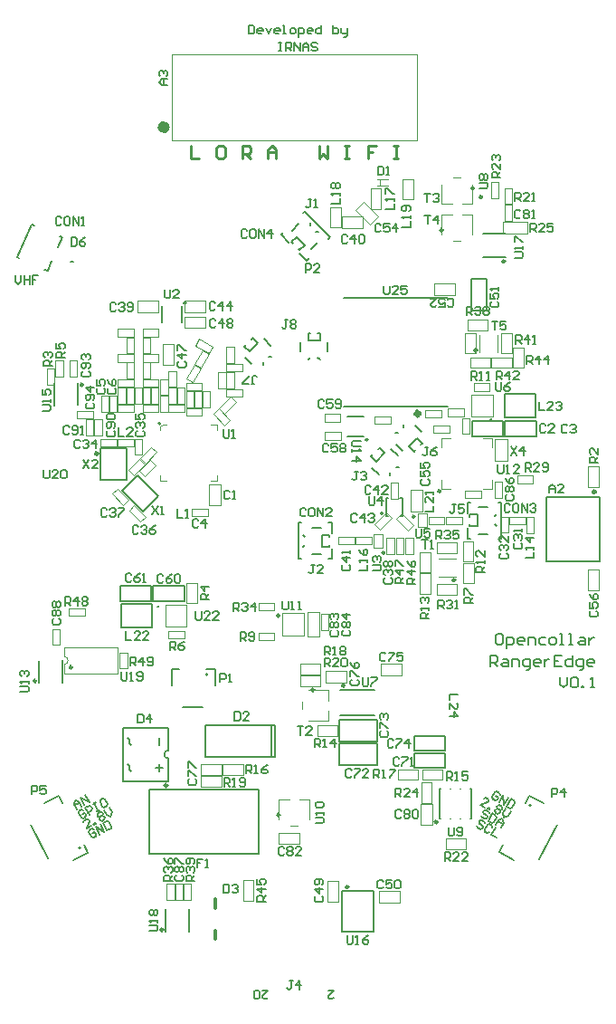
<source format=gto>
G04*
G04 #@! TF.GenerationSoftware,Altium Limited,Altium Designer,21.2.2 (38)*
G04*
G04 Layer_Color=65535*
%FSAX25Y25*%
%MOIN*%
G70*
G04*
G04 #@! TF.SameCoordinates,38C7B28B-D0CA-4A75-A604-0C26E738F23A*
G04*
G04*
G04 #@! TF.FilePolarity,Positive*
G04*
G01*
G75*
%ADD10C,0.01000*%
%ADD11C,0.03937*%
%ADD12C,0.01181*%
%ADD13C,0.00984*%
%ADD14C,0.00591*%
%ADD15C,0.01968*%
%ADD16C,0.00787*%
%ADD17C,0.00394*%
%ADD18C,0.00197*%
%ADD19C,0.00598*%
D10*
X0498192Y0580577D02*
G03*
X0498192Y0580577I-0000325J0000000D01*
G01*
X0431196Y0630893D02*
G03*
X0431196Y0630893I-0000325J0000000D01*
G01*
X0540330Y0669914D02*
G03*
X0540330Y0669914I-0000449J0000000D01*
G01*
X0538543Y0613488D02*
G03*
X0538543Y0613488I-0000473J0000000D01*
G01*
X0543719Y0588123D02*
G03*
X0543719Y0588123I-0000197J0000000D01*
G01*
X0525024Y0561650D02*
G03*
X0525024Y0561650I-0000424J0000000D01*
G01*
X0530472Y0528851D02*
G03*
X0530472Y0528851I-0000473J0000000D01*
G01*
X0465762Y0515800D02*
G03*
X0465762Y0515800I-0000487J0000000D01*
G01*
X0421101Y0519126D02*
G03*
X0421101Y0519126I-0000197J0000000D01*
G01*
X0489808Y0490071D02*
G03*
X0489808Y0490071I-0000557J0000000D01*
G01*
D11*
X0423294Y0695622D02*
G03*
X0423294Y0695622I-0000264J0000000D01*
G01*
D12*
X0582184Y0561374D02*
G03*
X0582184Y0561374I-0000449J0000000D01*
G01*
X0398700Y0575465D02*
G03*
X0398700Y0575465I-0000394J0000000D01*
G01*
X0441965Y0396843D02*
Y0399874D01*
Y0408181D02*
Y0411410D01*
D13*
X0393326Y0600780D02*
G03*
X0393326Y0600780I-0000492J0000000D01*
G01*
X0537381Y0673118D02*
G03*
X0537381Y0673118I-0000492J0000000D01*
G01*
X0525884Y0657693D02*
G03*
X0525884Y0657693I-0000492J0000000D01*
G01*
X0548871Y0646235D02*
G03*
X0548871Y0646235I-0000492J0000000D01*
G01*
X0515509Y0552181D02*
G03*
X0515509Y0552181I-0000352J0000000D01*
G01*
X0504325Y0538930D02*
G03*
X0504325Y0538930I-0000352J0000000D01*
G01*
X0523956Y0439835D02*
G03*
X0523956Y0439835I-0000492J0000000D01*
G01*
X0389354Y0496757D02*
G03*
X0389354Y0496757I-0000492J0000000D01*
G01*
X0376121Y0491725D02*
G03*
X0376121Y0491725I-0000492J0000000D01*
G01*
X0465845Y0442377D02*
G03*
X0465845Y0442377I-0000492J0000000D01*
G01*
X0424446Y0453260D02*
G03*
X0424446Y0453260I-0000549J0000000D01*
G01*
X0478507Y0488457D02*
G03*
X0478507Y0488457I-0000492J0000000D01*
G01*
X0491179Y0415898D02*
G03*
X0491179Y0415898I-0000493J0000000D01*
G01*
X0422893Y0400189D02*
G03*
X0422893Y0400189I-0000492J0000000D01*
G01*
X0433082Y0688850D02*
Y0684127D01*
X0436231D01*
X0444889Y0688850D02*
X0443315D01*
X0442528Y0688063D01*
Y0684914D01*
X0443315Y0684127D01*
X0444889D01*
X0445677Y0684914D01*
Y0688063D01*
X0444889Y0688850D01*
X0451974Y0684127D02*
Y0688850D01*
X0454335D01*
X0455122Y0688063D01*
Y0686489D01*
X0454335Y0685701D01*
X0451974D01*
X0453548D02*
X0455122Y0684127D01*
X0461419D02*
Y0687276D01*
X0462994Y0688850D01*
X0464568Y0687276D01*
Y0684127D01*
Y0686489D01*
X0461419D01*
X0480311Y0688850D02*
Y0684127D01*
X0481885Y0685701D01*
X0483460Y0684127D01*
Y0688850D01*
X0489757D02*
X0491331D01*
X0490544D01*
Y0684127D01*
X0489757D01*
X0491331D01*
X0501564Y0688850D02*
X0498415D01*
Y0686489D01*
X0499990D01*
X0498415D01*
Y0684127D01*
X0507861Y0688850D02*
X0509435D01*
X0508648D01*
Y0684127D01*
X0507861D01*
X0509435D01*
D14*
X0421928Y0586528D02*
G03*
X0421928Y0586528I-0000394J0000000D01*
G01*
X0452783Y0614933D02*
X0454676Y0613040D01*
X0452783Y0614933D02*
X0453312Y0615462D01*
X0454676Y0613040D02*
X0457739Y0616103D01*
X0455317Y0617467D02*
X0455845Y0617996D01*
X0457739Y0616103D01*
X0453117Y0610702D02*
X0455511Y0608308D01*
X0459743Y0607973D02*
Y0608948D01*
X0460077Y0617662D02*
X0462471Y0615267D01*
X0461831Y0611036D02*
X0462805D01*
X0476259Y0617119D02*
Y0619796D01*
X0477007D01*
X0476259Y0617119D02*
X0480589D01*
X0479842Y0619796D02*
X0480589D01*
Y0617119D02*
Y0619796D01*
X0473503Y0613181D02*
Y0616567D01*
X0476259Y0609953D02*
X0476948Y0610642D01*
X0483345Y0613181D02*
Y0616567D01*
X0479901Y0610642D02*
X0480589Y0609953D01*
X0499555Y0574461D02*
X0501448Y0572568D01*
X0499555Y0574461D02*
X0500084Y0574990D01*
X0501448Y0572568D02*
X0504510Y0575630D01*
X0502088Y0576994D02*
X0502617Y0577523D01*
X0504510Y0575630D01*
X0499889Y0570229D02*
X0502283Y0567835D01*
X0506515Y0567501D02*
Y0568475D01*
X0506849Y0577189D02*
X0509243Y0574795D01*
X0508603Y0570563D02*
X0509577Y0570564D01*
X0516424Y0581079D02*
X0518317Y0579186D01*
X0517788Y0578656D02*
X0518317Y0579186D01*
X0513362Y0578016D02*
X0516424Y0581079D01*
X0515255Y0576123D02*
X0515784Y0576652D01*
X0513362Y0578016D02*
X0515255Y0576123D01*
X0515589Y0585811D02*
X0517983Y0583417D01*
X0511357Y0585171D02*
Y0586145D01*
X0508629Y0578852D02*
X0511023Y0576457D01*
X0508295Y0583083D02*
X0509269D01*
X0481529Y0545504D02*
X0484206D01*
Y0544756D02*
Y0545504D01*
X0481529Y0541174D02*
Y0545504D01*
X0484206Y0541174D02*
Y0541922D01*
X0481529Y0541174D02*
X0484206D01*
X0477592Y0548260D02*
X0480978D01*
X0474363Y0545504D02*
X0475052Y0544815D01*
X0477592Y0538418D02*
X0480978D01*
X0474363Y0541174D02*
X0475052Y0541863D01*
X0535904Y0548654D02*
X0538582D01*
X0535904D02*
Y0549402D01*
X0538582Y0548654D02*
Y0552985D01*
X0535904Y0552237D02*
Y0552985D01*
X0538582D01*
X0539133Y0545898D02*
X0542519D01*
X0545058Y0549343D02*
X0545747Y0548654D01*
X0539133Y0555740D02*
X0542519D01*
X0545058Y0552296D02*
X0545747Y0552985D01*
X0382794Y0593103D02*
Y0601370D01*
X0391456Y0593300D02*
X0391456Y0601370D01*
X0477105Y0659344D02*
Y0660319D01*
X0470480Y0657590D02*
X0472874Y0659984D01*
X0479193Y0657256D02*
X0480167D01*
X0477439Y0650631D02*
X0479833Y0653025D01*
X0470145Y0653359D02*
X0472039Y0655252D01*
X0470145Y0653359D02*
X0470674Y0652830D01*
X0472039Y0655252D02*
X0475101Y0652189D01*
X0472679Y0650826D02*
X0473208Y0650296D01*
X0475101Y0652189D01*
X0540702Y0656274D02*
X0548970D01*
X0540899Y0647612D02*
X0548970Y0647612D01*
X0524842Y0441017D02*
Y0452040D01*
X0536259Y0441017D02*
Y0452040D01*
X0524842D02*
X0525038Y0452040D01*
X0536062Y0452040D02*
X0536259Y0452040D01*
X0536062Y0441016D02*
X0536259Y0441016D01*
X0524842Y0441016D02*
X0525038Y0441016D01*
X0528582Y0441016D02*
X0528779Y0441016D01*
X0532322Y0441016D02*
X0532519Y0441016D01*
X0528582Y0452040D02*
X0528779Y0452040D01*
X0532322Y0452040D02*
X0532519Y0452040D01*
X0385668Y0491134D02*
Y0499402D01*
X0377007Y0491134D02*
X0377007Y0499205D01*
X0432440Y0399599D02*
Y0407867D01*
X0423778Y0399599D02*
X0423779Y0407670D01*
D15*
X0517196Y0590189D02*
G03*
X0517196Y0590189I-0000623J0000000D01*
G01*
D16*
X0503866Y0553478D02*
G03*
X0503866Y0553478I-0000431J0000000D01*
G01*
X0439249Y0494123D02*
G03*
X0439249Y0494123I-0000336J0000000D01*
G01*
X0392345Y0430338D02*
G03*
X0392345Y0430338I-0000336J0000000D01*
G01*
X0424684Y0466121D02*
G03*
X0424684Y0463234I0000000J-0001444D01*
G01*
X0558451Y0445936D02*
G03*
X0558451Y0445936I-0000336J0000000D01*
G01*
X0490708Y0589087D02*
X0496613D01*
X0490708Y0581607D02*
X0496613D01*
X0472854Y0536646D02*
X0473641D01*
X0472854D02*
Y0550032D01*
X0473641D01*
X0485058Y0536646D02*
Y0540583D01*
X0483877Y0536646D02*
X0485058D01*
X0483877Y0550032D02*
X0485058Y0550032D01*
Y0546095D02*
Y0550032D01*
X0546456Y0557512D02*
X0547243D01*
Y0544126D02*
Y0557512D01*
X0546456Y0544126D02*
X0547243D01*
X0535038Y0553575D02*
Y0557512D01*
X0536219D01*
X0535038Y0544126D02*
X0536219Y0544126D01*
X0535038Y0544126D02*
Y0548063D01*
X0564137Y0535902D02*
Y0559524D01*
X0583861D01*
Y0535902D02*
Y0559524D01*
X0564137Y0535902D02*
X0583861D01*
X0430631Y0521219D02*
Y0526719D01*
X0419131D02*
X0430631D01*
X0419131Y0521219D02*
Y0526719D01*
Y0521219D02*
X0430631D01*
X0407005D02*
Y0526719D01*
Y0521219D02*
X0418505D01*
Y0526719D01*
X0407005D02*
X0418505D01*
X0399881Y0565623D02*
X0409330D01*
X0399881D02*
Y0577433D01*
X0409330D01*
Y0565623D02*
Y0577433D01*
X0407688Y0561894D02*
X0413256Y0567461D01*
X0421050Y0559666D01*
X0415483Y0554099D02*
X0421050Y0559666D01*
X0407688Y0561894D02*
X0415483Y0554099D01*
X0429841Y0623733D02*
Y0629638D01*
X0422361Y0623733D02*
Y0629638D01*
X0388897Y0645997D02*
X0389684D01*
X0384098Y0651346D02*
X0385700Y0654943D01*
X0384621Y0655423D02*
X0385700Y0654943D01*
X0379176Y0643194D02*
X0380255Y0642714D01*
X0381856Y0646311D01*
X0374550Y0659907D02*
X0375269Y0659586D01*
X0369106Y0647678D02*
X0374550Y0659907D01*
X0369106Y0647678D02*
X0369825Y0647358D01*
X0473046Y0649260D02*
X0475830Y0646476D01*
X0476665Y0647311D01*
X0466365Y0655941D02*
X0467200Y0656777D01*
X0466365Y0655941D02*
X0469148Y0653158D01*
X0483903Y0654550D02*
X0484460Y0655106D01*
X0474995Y0664572D02*
X0484460Y0655106D01*
X0474438Y0664015D02*
X0474995Y0664572D01*
X0489566Y0632867D02*
X0527755D01*
X0489566Y0592709D02*
X0527755D01*
X0536540Y0628101D02*
Y0639601D01*
X0542040D01*
Y0628101D02*
Y0639601D01*
X0536540Y0628101D02*
X0542040D01*
X0548660Y0588870D02*
X0560078D01*
Y0597532D01*
X0548660D02*
X0560078D01*
X0548660Y0588870D02*
Y0597532D01*
X0536651Y0581829D02*
Y0587329D01*
Y0581829D02*
X0548150D01*
Y0587329D01*
X0536651D02*
X0548150D01*
X0560355Y0581829D02*
Y0587329D01*
X0548855D02*
X0560355D01*
X0548855Y0581829D02*
Y0587329D01*
Y0581829D02*
X0560355D01*
X0426219Y0489965D02*
Y0496125D01*
X0430187Y0481986D02*
X0437243Y0481952D01*
X0441998Y0489965D02*
Y0496125D01*
X0438818D02*
X0441998D01*
X0426219D02*
X0428582D01*
X0407361Y0520111D02*
X0418779D01*
X0407361Y0511449D02*
Y0520111D01*
Y0511449D02*
X0418779D01*
Y0520111D01*
X0393751Y0431332D02*
X0395194Y0428498D01*
X0389705Y0425702D02*
X0395194Y0428498D01*
X0373973Y0438929D02*
X0380407Y0426300D01*
X0384470Y0449546D02*
X0385886Y0446766D01*
X0378981Y0446749D02*
X0384470Y0449546D01*
X0424684Y0466121D02*
Y0474520D01*
Y0454835D02*
Y0463234D01*
X0408148Y0454835D02*
X0414973D01*
X0424684D01*
X0408148Y0474520D02*
X0424684D01*
X0408148Y0454835D02*
Y0474520D01*
X0417755Y0428142D02*
Y0451764D01*
X0457912D01*
Y0428142D02*
Y0451764D01*
X0417755Y0428142D02*
X0457912D01*
X0464212Y0463851D02*
Y0475426D01*
X0438267D02*
X0464212D01*
X0438267Y0463851D02*
Y0475426D01*
Y0463851D02*
X0464212D01*
X0462676Y0463930D02*
Y0475347D01*
X0488070Y0488496D02*
X0500668D01*
X0488070Y0479048D02*
X0500668D01*
X0501881Y0469496D02*
Y0477496D01*
X0487881Y0469496D02*
X0501881D01*
X0487881D02*
Y0477496D01*
X0501881D01*
Y0460756D02*
Y0468756D01*
X0487881Y0460756D02*
X0501881D01*
X0487881D02*
Y0468756D01*
X0501881D01*
X0556303Y0446792D02*
X0557796Y0449600D01*
X0563235Y0446708D01*
X0561424Y0426233D02*
X0568078Y0438748D01*
X0546706Y0428743D02*
X0548171Y0431497D01*
X0546706Y0428743D02*
X0552145Y0425851D01*
X0526851Y0465983D02*
Y0471483D01*
X0515351D02*
X0526851D01*
X0515351Y0465983D02*
Y0471483D01*
Y0465983D02*
X0526851D01*
X0526851Y0459723D02*
Y0465223D01*
X0515351D02*
X0526851D01*
X0515351Y0459723D02*
Y0465223D01*
Y0459723D02*
X0526851D01*
X0547503Y0509058D02*
X0546191D01*
X0545536Y0508402D01*
Y0505778D01*
X0546191Y0505123D01*
X0547503D01*
X0548159Y0505778D01*
Y0508402D01*
X0547503Y0509058D01*
X0549471Y0503811D02*
Y0507746D01*
X0551439D01*
X0552095Y0507090D01*
Y0505778D01*
X0551439Y0505123D01*
X0549471D01*
X0555375D02*
X0554063D01*
X0553407Y0505778D01*
Y0507090D01*
X0554063Y0507746D01*
X0555375D01*
X0556031Y0507090D01*
Y0506434D01*
X0553407D01*
X0557343Y0505123D02*
Y0507746D01*
X0559311D01*
X0559967Y0507090D01*
Y0505123D01*
X0563902Y0507746D02*
X0561934D01*
X0561278Y0507090D01*
Y0505778D01*
X0561934Y0505123D01*
X0563902D01*
X0565870D02*
X0567182D01*
X0567838Y0505778D01*
Y0507090D01*
X0567182Y0507746D01*
X0565870D01*
X0565214Y0507090D01*
Y0505778D01*
X0565870Y0505123D01*
X0569150D02*
X0570462D01*
X0569806D01*
Y0509058D01*
X0569150D01*
X0572430Y0505123D02*
X0573742D01*
X0573086D01*
Y0509058D01*
X0572430D01*
X0576365Y0507746D02*
X0577677D01*
X0578333Y0507090D01*
Y0505123D01*
X0576365D01*
X0575709Y0505778D01*
X0576365Y0506434D01*
X0578333D01*
X0579645Y0507746D02*
Y0505123D01*
Y0506434D01*
X0580301Y0507090D01*
X0580957Y0507746D01*
X0581613D01*
X0543568Y0497198D02*
Y0501134D01*
X0545536D01*
X0546191Y0500478D01*
Y0499166D01*
X0545536Y0498510D01*
X0543568D01*
X0544879D02*
X0546191Y0497198D01*
X0548159Y0499822D02*
X0549471D01*
X0550127Y0499166D01*
Y0497198D01*
X0548159D01*
X0547503Y0497854D01*
X0548159Y0498510D01*
X0550127D01*
X0551439Y0497198D02*
Y0499822D01*
X0553407D01*
X0554063Y0499166D01*
Y0497198D01*
X0556687Y0495886D02*
X0557343D01*
X0557999Y0496542D01*
Y0499822D01*
X0556031D01*
X0555375Y0499166D01*
Y0497854D01*
X0556031Y0497198D01*
X0557999D01*
X0561278D02*
X0559967D01*
X0559311Y0497854D01*
Y0499166D01*
X0559967Y0499822D01*
X0561278D01*
X0561934Y0499166D01*
Y0498510D01*
X0559311D01*
X0563246Y0499822D02*
Y0497198D01*
Y0498510D01*
X0563902Y0499166D01*
X0564558Y0499822D01*
X0565214D01*
X0569806Y0501134D02*
X0567182D01*
Y0497198D01*
X0569806D01*
X0567182Y0499166D02*
X0568494D01*
X0573742Y0501134D02*
Y0497198D01*
X0571774D01*
X0571118Y0497854D01*
Y0499166D01*
X0571774Y0499822D01*
X0573742D01*
X0576365Y0495886D02*
X0577021D01*
X0577677Y0496542D01*
Y0499822D01*
X0575709D01*
X0575054Y0499166D01*
Y0497854D01*
X0575709Y0497198D01*
X0577677D01*
X0580957D02*
X0579645D01*
X0578989Y0497854D01*
Y0499166D01*
X0579645Y0499822D01*
X0580957D01*
X0581613Y0499166D01*
Y0498510D01*
X0578989D01*
X0569150Y0493209D02*
Y0490585D01*
X0570462Y0489273D01*
X0571774Y0490585D01*
Y0493209D01*
X0573086Y0492553D02*
X0573742Y0493209D01*
X0575054D01*
X0575709Y0492553D01*
Y0489929D01*
X0575054Y0489273D01*
X0573742D01*
X0573086Y0489929D01*
Y0492553D01*
X0577021Y0489273D02*
Y0489929D01*
X0577677D01*
Y0489273D01*
X0577021D01*
X0580301D02*
X0581613D01*
X0580957D01*
Y0493209D01*
X0580301Y0492553D01*
X0411168Y0468221D02*
X0410512Y0468877D01*
Y0470189D01*
X0409856Y0470845D01*
X0411168Y0458378D02*
X0410512Y0459034D01*
Y0460346D01*
X0409856Y0461002D01*
X0421535Y0468221D02*
Y0470845D01*
Y0458378D02*
Y0461002D01*
X0420223Y0459690D02*
X0422847D01*
D17*
X0386362Y0497813D02*
G03*
X0386362Y0500701I0000000J0001444D01*
G01*
X0579393Y0525248D02*
X0583527D01*
Y0532926D01*
X0579393D02*
X0583527D01*
X0579393Y0525248D02*
Y0532926D01*
X0579491Y0563142D02*
Y0570622D01*
X0583428D01*
Y0563142D02*
Y0570622D01*
X0579491Y0563142D02*
X0583428D01*
X0425983Y0690819D02*
X0516534D01*
Y0722315D01*
X0425983D02*
X0516534D01*
X0425983Y0690819D02*
Y0722315D01*
X0439900Y0556351D02*
Y0564028D01*
X0444034D01*
Y0556351D02*
Y0564028D01*
X0439900Y0556351D02*
X0444034D01*
X0421830Y0585445D02*
X0422617Y0586233D01*
X0440530Y0565367D02*
X0442696D01*
Y0567532D01*
X0421830Y0565367D02*
X0423995D01*
X0421830D02*
Y0567532D01*
X0442696Y0584067D02*
Y0586233D01*
X0440530D02*
X0442696D01*
X0422617D02*
X0423995D01*
X0421830Y0584067D02*
Y0585445D01*
X0422617Y0607965D02*
Y0615642D01*
X0426751D01*
Y0607965D02*
Y0615642D01*
X0422617Y0607965D02*
X0426751D01*
X0430885Y0631705D02*
X0438562D01*
Y0627571D02*
Y0631705D01*
X0430885Y0627571D02*
X0438562D01*
X0430885D02*
Y0631705D01*
Y0621626D02*
X0438562D01*
X0430885D02*
Y0625760D01*
X0438562D01*
Y0621626D02*
Y0625760D01*
X0413562Y0631705D02*
X0421239D01*
Y0627571D02*
Y0631705D01*
X0413562Y0627571D02*
X0421239D01*
X0413562D02*
Y0631705D01*
X0484330Y0666134D02*
X0488267D01*
X0484330Y0658654D02*
Y0666134D01*
Y0658654D02*
X0488267D01*
Y0666134D01*
X0488759Y0658516D02*
X0496436D01*
X0488759D02*
Y0662650D01*
X0496436D01*
Y0658516D02*
Y0662650D01*
X0496581Y0668184D02*
X0502009Y0662755D01*
X0499086Y0659832D02*
X0502009Y0662755D01*
X0493658Y0665261D02*
X0499086Y0659832D01*
X0493658Y0665261D02*
X0496581Y0668184D01*
X0499290Y0665504D02*
X0503227D01*
Y0672985D01*
X0499290D02*
X0503227D01*
X0499290Y0665504D02*
Y0672985D01*
X0501613Y0673969D02*
X0502827D01*
X0501652Y0676331D02*
X0502834D01*
X0502827D02*
X0505589D01*
X0502827Y0673969D02*
X0505590D01*
X0502827D02*
Y0675150D01*
Y0673969D02*
Y0676331D01*
X0511023Y0668969D02*
X0514960D01*
Y0676449D01*
X0511023D02*
X0514960D01*
X0511023Y0668969D02*
Y0676449D01*
X0525393Y0667291D02*
X0529330D01*
X0532952D02*
X0536889D01*
X0529861Y0677040D02*
X0532420D01*
X0536889Y0667291D02*
Y0674579D01*
X0525393Y0667291D02*
Y0674579D01*
X0532952Y0663521D02*
X0536889D01*
X0525392D02*
X0529329D01*
X0529861Y0653772D02*
X0532420D01*
X0525392Y0656233D02*
Y0663521D01*
X0536889Y0656233D02*
Y0663521D01*
X0522893Y0633871D02*
Y0638004D01*
Y0633871D02*
X0530570D01*
Y0638004D01*
X0522893D02*
X0530570D01*
X0539369Y0612780D02*
Y0619207D01*
X0546062Y0612770D02*
Y0619197D01*
X0534094Y0612386D02*
X0538031D01*
Y0619866D01*
X0534094D02*
X0538031D01*
X0534094Y0612386D02*
Y0619866D01*
X0542519Y0620772D02*
Y0624709D01*
X0535039D02*
X0542519D01*
X0535039Y0620772D02*
Y0624709D01*
Y0620772D02*
X0542519D01*
X0547322Y0612347D02*
X0551259D01*
Y0619827D01*
X0547322D02*
X0551259D01*
X0547322Y0612347D02*
Y0619827D01*
X0543503Y0606953D02*
Y0610890D01*
X0536023D02*
X0543503D01*
X0536023Y0606953D02*
Y0610890D01*
Y0606953D02*
X0543503D01*
X0543897D02*
Y0610890D01*
Y0606953D02*
X0551377D01*
Y0610890D01*
X0543897D02*
X0551377D01*
X0551771Y0614473D02*
X0555708D01*
X0551771Y0606992D02*
Y0614473D01*
Y0606992D02*
X0555708D01*
Y0614473D01*
X0536475Y0597099D02*
X0544349D01*
X0536475Y0589225D02*
X0544349D01*
X0536475D02*
Y0597099D01*
X0544349Y0589225D02*
Y0597099D01*
X0544909Y0580668D02*
X0549633D01*
X0544909Y0572794D02*
Y0580668D01*
Y0572794D02*
X0549633D01*
Y0576337D01*
Y0580668D01*
X0525505Y0562556D02*
Y0565902D01*
Y0562556D02*
X0528852D01*
X0525505Y0577713D02*
Y0581060D01*
X0528852D01*
X0540663D02*
X0544009D01*
Y0577713D02*
Y0581060D01*
X0540663Y0562556D02*
X0544009D01*
Y0565902D01*
X0514192Y0561941D02*
X0518326D01*
X0514192Y0554264D02*
Y0561941D01*
Y0554264D02*
X0518326D01*
Y0561941D01*
X0524280Y0530150D02*
X0530708D01*
X0524290Y0536843D02*
X0530718D01*
X0518306Y0455307D02*
Y0459244D01*
Y0455307D02*
X0525786D01*
Y0459244D01*
X0518306D02*
X0525786D01*
X0519929Y0548410D02*
Y0553327D01*
X0516586D02*
X0519929D01*
X0516586Y0548410D02*
Y0553327D01*
Y0548410D02*
X0519929D01*
X0523621Y0538890D02*
Y0542827D01*
Y0538890D02*
X0531101D01*
Y0542827D01*
X0523621D02*
X0531101D01*
X0533267Y0535623D02*
X0537204D01*
Y0543103D01*
X0533267D02*
X0537204D01*
X0533267Y0535623D02*
Y0543103D01*
X0521338Y0531725D02*
Y0539205D01*
X0517401Y0531725D02*
X0521338D01*
X0517401D02*
Y0539205D01*
X0521338D01*
X0533345Y0527748D02*
X0537282D01*
Y0535229D01*
X0533345D02*
X0537282D01*
X0533345Y0527748D02*
Y0535229D01*
X0523700Y0523378D02*
X0531180D01*
X0523700D02*
Y0527315D01*
X0531180D01*
Y0523378D02*
Y0527315D01*
X0517401Y0523811D02*
X0521338D01*
Y0531292D01*
X0517401D02*
X0521338D01*
X0517401Y0523811D02*
Y0531292D01*
X0500336Y0540878D02*
Y0545796D01*
Y0540878D02*
X0503679D01*
Y0545796D01*
X0500336D02*
X0503679D01*
X0466613Y0508541D02*
Y0516809D01*
X0474881D01*
Y0508541D02*
Y0516809D01*
X0466613Y0508541D02*
X0474881D01*
X0431416Y0520307D02*
X0435353D01*
Y0527788D01*
X0431416D02*
X0435353D01*
X0431416Y0520307D02*
Y0527788D01*
X0423660Y0511843D02*
X0431534D01*
X0423660Y0519717D02*
X0431534D01*
Y0511843D02*
Y0519717D01*
X0423660Y0511843D02*
Y0519717D01*
X0386362Y0500701D02*
Y0504178D01*
Y0494336D02*
Y0497813D01*
X0406046Y0494336D02*
Y0504178D01*
X0386362D02*
X0406046D01*
X0386362Y0494336D02*
X0406046D01*
X0476849Y0440916D02*
X0476849Y0448204D01*
X0465353Y0440916D02*
X0465353Y0448204D01*
X0469822Y0438455D02*
X0472381Y0438455D01*
X0465353Y0448204D02*
X0469290Y0448204D01*
X0472912Y0448204D02*
X0476849Y0448204D01*
X0465398Y0435898D02*
X0473075Y0435898D01*
Y0431764D02*
Y0435898D01*
X0465398Y0431764D02*
X0473075Y0431764D01*
X0465398Y0431764D02*
Y0435898D01*
X0436751Y0461193D02*
X0444428D01*
Y0457059D02*
Y0461193D01*
X0436751Y0457059D02*
X0444428D01*
X0436751D02*
Y0461193D01*
X0436777Y0452750D02*
Y0456687D01*
Y0452750D02*
X0444257D01*
Y0456687D01*
X0436777D02*
X0444257D01*
X0444763Y0457197D02*
Y0461134D01*
Y0457197D02*
X0452243D01*
Y0461134D01*
X0444763D02*
X0452243D01*
X0503050Y0497965D02*
X0510727D01*
Y0493831D02*
Y0497965D01*
X0503050Y0493831D02*
X0510727D01*
X0503050D02*
Y0497965D01*
X0480904Y0489796D02*
Y0493733D01*
X0473424D02*
X0480904D01*
X0473424Y0489796D02*
Y0493733D01*
Y0489796D02*
X0480904D01*
Y0494126D02*
Y0498063D01*
X0473424D02*
X0480904D01*
X0473424Y0494126D02*
Y0498063D01*
Y0494126D02*
X0480904D01*
X0482853Y0491154D02*
X0490530D01*
X0482853D02*
Y0495288D01*
X0490530D01*
Y0491154D02*
Y0495288D01*
X0483842Y0476961D02*
Y0480898D01*
Y0484520D02*
Y0488457D01*
X0474093Y0481429D02*
Y0483989D01*
X0476554Y0488457D02*
X0483842D01*
X0476554Y0476961D02*
X0483842D01*
X0479684Y0471528D02*
Y0475465D01*
Y0471528D02*
X0487164D01*
Y0475465D01*
X0479684D02*
X0487164D01*
X0509290Y0455307D02*
Y0459244D01*
Y0455307D02*
X0516771D01*
Y0459244D01*
X0509290D02*
X0516771D01*
X0517952Y0446804D02*
X0521889D01*
Y0454284D01*
X0517952D02*
X0521889D01*
X0517952Y0446804D02*
Y0454284D01*
X0527046Y0429874D02*
Y0433811D01*
Y0429874D02*
X0534526D01*
Y0433811D01*
X0527046D02*
X0534526D01*
X0521987Y0438792D02*
Y0446469D01*
X0517853Y0438792D02*
X0521987D01*
X0517853D02*
Y0446469D01*
X0521987D01*
X0502499Y0410209D02*
X0510176D01*
X0502499D02*
Y0414343D01*
X0510176D01*
Y0410209D02*
Y0414343D01*
X0483247Y0410367D02*
Y0418044D01*
X0487381D01*
Y0410367D02*
Y0418044D01*
X0483247Y0410367D02*
X0487381D01*
X0452243Y0410898D02*
X0456180D01*
Y0418378D01*
X0452243D02*
X0456180D01*
X0452243Y0410898D02*
Y0418378D01*
D18*
X0482321Y0587236D02*
X0488227D01*
X0482321D02*
Y0589992D01*
X0488227D01*
Y0587236D02*
Y0589992D01*
X0482361Y0580543D02*
X0488267D01*
X0482361D02*
Y0583299D01*
X0488267D01*
Y0580543D02*
Y0583299D01*
X0553326Y0567305D02*
X0559232D01*
Y0564549D02*
Y0567305D01*
X0553326Y0564549D02*
X0559232D01*
X0553326D02*
Y0567305D01*
X0512165Y0544362D02*
X0514921D01*
X0512165Y0538457D02*
Y0544362D01*
Y0538457D02*
X0514921D01*
Y0544362D01*
X0508803Y0544322D02*
X0511558D01*
X0508803Y0538417D02*
Y0544322D01*
Y0538417D02*
X0511558D01*
Y0544322D01*
X0505235Y0544323D02*
X0507991D01*
X0505235Y0538417D02*
Y0544323D01*
Y0538417D02*
X0507991D01*
Y0544323D01*
X0500905Y0586292D02*
Y0589048D01*
Y0586292D02*
X0506810D01*
Y0589048D01*
X0500905Y0589048D02*
X0506810Y0589048D01*
X0506652Y0558930D02*
X0509408D01*
Y0564835D01*
X0506652D02*
X0509408D01*
X0506652Y0558930D02*
Y0564835D01*
X0513041Y0547245D02*
X0514990Y0549194D01*
X0510814Y0553370D02*
X0514990Y0549194D01*
X0508865Y0551421D02*
X0510814Y0553370D01*
X0508865Y0551421D02*
X0513041Y0547245D01*
X0500834Y0549431D02*
X0502783Y0547482D01*
X0506959Y0551658D01*
X0505010Y0553607D02*
X0506959Y0551658D01*
X0500834Y0549431D02*
X0505010Y0553607D01*
X0493779Y0541961D02*
Y0544717D01*
Y0541961D02*
X0499684D01*
Y0544717D01*
X0493779D02*
X0499684D01*
X0487519Y0541961D02*
Y0544717D01*
Y0541961D02*
X0493424D01*
Y0544717D01*
X0487519D02*
X0493424D01*
X0526565Y0549484D02*
Y0552240D01*
X0520660D02*
X0526565D01*
X0520660Y0549484D02*
Y0552240D01*
Y0549484D02*
X0526565D01*
X0532983D02*
Y0552240D01*
X0527077D02*
X0532983D01*
X0527077Y0549484D02*
Y0552240D01*
Y0549484D02*
X0532983D01*
X0446239Y0605425D02*
X0448995D01*
X0446239Y0599520D02*
Y0605425D01*
Y0599520D02*
X0448995D01*
Y0605425D01*
X0447665Y0596332D02*
X0449614Y0594383D01*
X0443489Y0592156D02*
X0447665Y0596332D01*
X0443489Y0592156D02*
X0445438Y0590208D01*
X0449614Y0594383D01*
X0437408Y0613474D02*
X0439795Y0612097D01*
X0434455Y0608360D02*
X0437408Y0613474D01*
X0434455Y0608360D02*
X0436842Y0606982D01*
X0439795Y0612097D01*
X0434428Y0598339D02*
X0437184D01*
X0434428Y0592433D02*
Y0598339D01*
Y0592433D02*
X0437184D01*
Y0598339D01*
X0431279Y0589383D02*
Y0592138D01*
Y0589383D02*
X0437184D01*
Y0592138D01*
X0431279D02*
X0437184D01*
X0424881Y0599717D02*
X0427637D01*
X0424881Y0593811D02*
Y0599717D01*
Y0593811D02*
X0427637D01*
Y0599717D01*
X0424881Y0590744D02*
Y0593500D01*
Y0590744D02*
X0430787D01*
Y0593500D01*
X0424881D02*
X0430787D01*
X0415334Y0608969D02*
X0418090D01*
X0415334Y0603063D02*
Y0608969D01*
Y0603063D02*
X0418090D01*
Y0608969D01*
X0418483Y0599717D02*
X0421239D01*
X0418483Y0593811D02*
Y0599717D01*
Y0593811D02*
X0421239D01*
Y0599717D01*
X0409310Y0608969D02*
X0412066D01*
X0409310Y0603063D02*
Y0608969D01*
Y0603063D02*
X0412066D01*
Y0608969D01*
X0409310Y0599717D02*
X0412066D01*
X0409310Y0593811D02*
Y0599717D01*
Y0593811D02*
X0412066D01*
Y0599717D01*
X0415334Y0590761D02*
Y0593516D01*
Y0590761D02*
X0421239D01*
Y0593516D01*
X0415334D02*
X0421239D01*
X0412066Y0590760D02*
Y0593516D01*
X0406160D02*
X0412066D01*
X0406160Y0590760D02*
Y0593516D01*
Y0590760D02*
X0412066D01*
X0443188Y0599520D02*
X0445943D01*
Y0605426D01*
X0443188D02*
X0445943D01*
X0443188Y0599520D02*
Y0605426D01*
X0446239Y0605721D02*
Y0608477D01*
Y0605721D02*
X0452145D01*
Y0608477D01*
X0446239D02*
X0452145D01*
X0446239Y0608772D02*
X0448995D01*
Y0614678D01*
X0446239D02*
X0448995D01*
X0446239Y0608772D02*
Y0614678D01*
X0446239Y0596469D02*
Y0599225D01*
Y0596469D02*
X0452145D01*
Y0599225D01*
X0446239D02*
X0452145D01*
X0441332Y0589999D02*
X0443281Y0591948D01*
X0441332Y0589999D02*
X0445508Y0585823D01*
X0447457Y0587772D01*
X0443281Y0591948D02*
X0447457Y0587772D01*
X0439859Y0612283D02*
X0441237Y0614670D01*
X0436122Y0617623D02*
X0441237Y0614670D01*
X0434745Y0615236D02*
X0436122Y0617623D01*
X0434745Y0615236D02*
X0439859Y0612283D01*
X0434377Y0608199D02*
X0436763Y0606821D01*
X0431424Y0603085D02*
X0434377Y0608199D01*
X0431424Y0603085D02*
X0433811Y0601707D01*
X0436763Y0606821D01*
X0431279Y0598635D02*
Y0601391D01*
Y0598635D02*
X0437184D01*
Y0601391D01*
X0431279D02*
X0437184D01*
X0431278Y0592434D02*
X0434034D01*
Y0598339D01*
X0431278D02*
X0434034D01*
X0431278Y0592434D02*
Y0598339D01*
X0437479Y0592434D02*
X0440235D01*
Y0598339D01*
X0437479D02*
X0440235D01*
X0437479Y0592434D02*
Y0598339D01*
X0421830Y0602866D02*
X0424586D01*
X0421830Y0596961D02*
Y0602866D01*
Y0596961D02*
X0424586D01*
Y0602866D01*
X0424881Y0600012D02*
X0427636D01*
Y0605918D01*
X0424881D02*
X0427636D01*
X0424881Y0600012D02*
Y0605918D01*
X0421829Y0590761D02*
X0424585D01*
Y0596666D01*
X0421829D02*
X0424585D01*
X0421829Y0590761D02*
Y0596666D01*
X0428030Y0593812D02*
X0430786D01*
Y0599717D01*
X0428030D02*
X0430786D01*
X0428030Y0593812D02*
Y0599717D01*
X0415334Y0618516D02*
Y0621272D01*
Y0618516D02*
X0421239D01*
Y0621272D01*
X0415334D02*
X0421239D01*
X0415334Y0609265D02*
Y0612020D01*
Y0609265D02*
X0421239D01*
Y0612020D01*
X0415334D02*
X0421239D01*
X0415334Y0618221D02*
X0418090D01*
X0415334Y0612315D02*
Y0618221D01*
Y0612315D02*
X0418090D01*
Y0618221D01*
X0415334Y0600012D02*
Y0602768D01*
Y0600012D02*
X0421239D01*
Y0602768D01*
X0415334D02*
X0421239D01*
X0415334Y0599717D02*
X0418090D01*
X0415334Y0593811D02*
Y0599717D01*
Y0593811D02*
X0418090D01*
Y0599717D01*
X0412066Y0618516D02*
Y0621272D01*
X0406160D02*
X0412066D01*
X0406160Y0618516D02*
Y0621272D01*
Y0618516D02*
X0412066D01*
Y0609264D02*
Y0612020D01*
X0406160D02*
X0412066D01*
X0406160Y0609264D02*
Y0612020D01*
Y0609264D02*
X0412066D01*
X0409310Y0612316D02*
X0412066D01*
Y0618221D01*
X0409310D02*
X0412066D01*
X0409310Y0612316D02*
Y0618221D01*
X0412066Y0600012D02*
Y0602768D01*
X0406160D02*
X0412066D01*
X0406160Y0600012D02*
Y0602768D01*
Y0600012D02*
X0412066D01*
X0406161Y0599717D02*
X0408917D01*
X0406161Y0593811D02*
Y0599717D01*
Y0593811D02*
X0408917D01*
Y0599717D01*
X0412321Y0593812D02*
X0415077D01*
Y0599717D01*
X0412321D02*
X0415077D01*
X0412321Y0593812D02*
Y0599717D01*
X0403069Y0590780D02*
X0405825D01*
Y0596686D01*
X0403069D02*
X0405825D01*
X0403069Y0590780D02*
Y0596686D01*
X0399959Y0590741D02*
X0402715D01*
Y0596646D01*
X0399959D02*
X0402715D01*
X0399959Y0590741D02*
Y0596646D01*
X0388306Y0603930D02*
X0391062D01*
Y0609835D01*
X0388306D02*
X0391062D01*
X0388306Y0603930D02*
Y0609835D01*
X0383188Y0603930D02*
X0385944D01*
Y0609835D01*
X0383188D02*
X0385944D01*
X0383188Y0603930D02*
Y0609835D01*
X0379960Y0606685D02*
X0382716D01*
X0379960Y0600780D02*
Y0606685D01*
Y0600780D02*
X0382716D01*
Y0606685D01*
X0391180Y0588339D02*
Y0591095D01*
Y0588339D02*
X0397086D01*
Y0591095D01*
X0391180D02*
X0397086D01*
X0394356Y0582099D02*
X0397112D01*
Y0588005D01*
X0394356D02*
X0397112D01*
X0394356Y0582099D02*
Y0588005D01*
X0397505Y0582099D02*
X0400261D01*
Y0588005D01*
X0397505D02*
X0400261D01*
X0397505Y0582099D02*
Y0588005D01*
X0412401Y0580858D02*
X0415157D01*
X0412401Y0574953D02*
Y0580858D01*
Y0574953D02*
X0415157D01*
Y0580858D01*
X0406062Y0578142D02*
Y0580898D01*
Y0578142D02*
X0411968D01*
Y0580898D01*
X0406062D02*
X0411968D01*
X0405707Y0578142D02*
Y0580898D01*
X0399802D02*
X0405707D01*
X0399802Y0578142D02*
Y0580898D01*
Y0578142D02*
X0405707D01*
X0414144Y0573527D02*
X0416093Y0571578D01*
X0409968Y0569351D02*
X0414144Y0573527D01*
X0409968Y0569351D02*
X0411917Y0567402D01*
X0416093Y0571578D01*
X0404063Y0560634D02*
X0406012Y0562582D01*
X0404063Y0560634D02*
X0408239Y0556458D01*
X0410188Y0558406D01*
X0406012Y0562582D02*
X0410188Y0558406D01*
X0414459Y0550277D02*
X0416407Y0552225D01*
X0412231Y0556401D02*
X0416407Y0552225D01*
X0410283Y0554453D02*
X0412231Y0556401D01*
X0410283Y0554453D02*
X0414459Y0550277D01*
X0433424Y0552394D02*
Y0555150D01*
Y0552394D02*
X0439330D01*
Y0555150D01*
X0433424D02*
X0439330D01*
X0543699Y0669599D02*
X0546455D01*
Y0675505D01*
X0543699D02*
X0546455D01*
X0543699Y0669599D02*
Y0675505D01*
X0548621Y0673221D02*
X0551377D01*
X0548621Y0667315D02*
Y0673221D01*
Y0667315D02*
X0551377D01*
Y0673221D01*
X0548621Y0666961D02*
X0551377D01*
X0548621Y0661055D02*
Y0666961D01*
Y0661055D02*
X0551377D01*
Y0666961D01*
X0547912Y0656489D02*
X0556967D01*
X0547912D02*
Y0660819D01*
X0556967Y0656489D02*
Y0660819D01*
X0547912D02*
X0556967D01*
X0537243Y0598517D02*
Y0601272D01*
Y0598517D02*
X0543149D01*
Y0601272D01*
X0537243D02*
X0543149D01*
X0533660Y0589224D02*
Y0591980D01*
X0527754D02*
X0533660D01*
X0527754Y0589224D02*
Y0591980D01*
Y0589224D02*
X0533660D01*
X0532913Y0588516D02*
X0535669D01*
X0532913Y0582611D02*
Y0588516D01*
Y0582611D02*
X0535669D01*
Y0588516D01*
X0545077Y0559245D02*
Y0565150D01*
X0547833D01*
Y0559245D02*
Y0565150D01*
X0545077Y0559245D02*
X0547833D01*
X0534172Y0559087D02*
X0540077D01*
X0534172D02*
Y0561843D01*
X0540077D01*
Y0559087D02*
Y0561843D01*
X0522361Y0583103D02*
Y0585859D01*
Y0583103D02*
X0528267D01*
Y0585859D01*
X0522361Y0585859D02*
X0528267Y0585859D01*
X0547431Y0546339D02*
X0550187D01*
Y0552245D01*
X0547431D02*
X0550187D01*
X0547431Y0546339D02*
Y0552245D01*
X0427322Y0417118D02*
X0430078D01*
X0427322Y0411213D02*
Y0417118D01*
Y0411213D02*
X0430078D01*
Y0417118D01*
X0556802Y0551969D02*
X0559558D01*
X0556802Y0546063D02*
Y0551969D01*
Y0546063D02*
X0559558D01*
Y0551969D01*
X0556447Y0549484D02*
Y0552240D01*
X0550542D02*
X0556447D01*
X0550542Y0549484D02*
Y0552240D01*
Y0549484D02*
X0556447D01*
X0480275Y0508102D02*
Y0517157D01*
X0475944Y0508102D02*
X0480275D01*
X0475944Y0517157D02*
X0480275D01*
X0475944Y0508102D02*
Y0517157D01*
X0480944Y0516395D02*
X0483700D01*
X0480944Y0510490D02*
Y0516395D01*
Y0510490D02*
X0483700D01*
Y0516395D01*
X0457913Y0517631D02*
Y0520387D01*
Y0517631D02*
X0463818D01*
Y0520387D01*
X0457913D02*
X0463818D01*
X0457913Y0506765D02*
Y0509520D01*
Y0506765D02*
X0463818D01*
Y0509520D01*
X0457913D02*
X0463818D01*
X0430786Y0507473D02*
Y0510228D01*
X0424881D02*
X0430786D01*
X0424881Y0507473D02*
Y0510228D01*
Y0507473D02*
X0430786D01*
X0406889Y0502236D02*
X0409645D01*
X0406889Y0496331D02*
Y0502236D01*
Y0496331D02*
X0409645D01*
Y0502236D01*
X0388070Y0515662D02*
Y0518418D01*
Y0515662D02*
X0393976D01*
Y0518418D01*
X0388070D02*
X0393976D01*
X0382085Y0504953D02*
X0384841D01*
Y0510859D01*
X0382085D02*
X0384841D01*
X0382085Y0504953D02*
Y0510859D01*
X0424172Y0411213D02*
X0426928D01*
Y0417119D01*
X0424172D02*
X0426928D01*
X0424172Y0411213D02*
Y0417119D01*
X0430472Y0417118D02*
X0433228D01*
X0430472Y0411213D02*
Y0417118D01*
Y0411213D02*
X0433228D01*
Y0417118D01*
X0414054Y0568972D02*
X0418230Y0573148D01*
X0420179Y0571200D01*
X0416003Y0567024D02*
X0420179Y0571200D01*
X0414054Y0568972D02*
X0416003Y0567024D01*
X0414378Y0573722D02*
X0418553Y0577898D01*
X0420502Y0575949D01*
X0416326Y0571773D02*
X0420502Y0575949D01*
X0414378Y0573722D02*
X0416326Y0571773D01*
X0525274Y0588732D02*
Y0591488D01*
X0519369D02*
X0525274D01*
X0519369Y0588732D02*
Y0591488D01*
Y0588732D02*
X0525274D01*
D19*
X0505038Y0552512D02*
X0505865D01*
X0510196Y0559166D02*
X0511023D01*
X0505038D02*
X0505826D01*
X0511023Y0557709D02*
Y0559166D01*
X0505038Y0552512D02*
Y0559166D01*
X0509960Y0552512D02*
X0511023D01*
Y0557709D01*
X0488874Y0414363D02*
X0500528D01*
Y0399559D02*
Y0414363D01*
X0488874Y0399559D02*
X0500528D01*
X0488874D02*
Y0413300D01*
Y0414363D01*
X0459447Y0377858D02*
X0461546D01*
X0459447Y0375760D01*
Y0375235D01*
X0459972Y0374710D01*
X0461021D01*
X0461546Y0375235D01*
X0458397D02*
X0457873Y0374710D01*
X0456823D01*
X0456298Y0375235D01*
Y0377334D01*
X0456823Y0377858D01*
X0457873D01*
X0458397Y0377334D01*
Y0375235D01*
X0541372Y0439314D02*
X0541155Y0440024D01*
X0540228Y0440516D01*
X0539518Y0440299D01*
X0539272Y0439836D01*
X0539489Y0439126D01*
X0540416Y0438634D01*
X0540633Y0437924D01*
X0540386Y0437461D01*
X0539677Y0437244D01*
X0538750Y0437736D01*
X0538533Y0438446D01*
X0544152Y0437836D02*
X0543935Y0438546D01*
X0543008Y0439038D01*
X0542298Y0438821D01*
X0541313Y0436968D01*
X0541530Y0436258D01*
X0542457Y0435766D01*
X0543166Y0435982D01*
X0545325Y0437806D02*
X0543847Y0435026D01*
X0545700Y0434041D01*
X0390932Y0444570D02*
X0389979Y0446440D01*
X0390438Y0447852D01*
X0391849Y0447393D01*
X0392802Y0445523D01*
X0392087Y0446926D01*
X0390217Y0445973D01*
X0393737Y0446000D02*
X0392308Y0448805D01*
X0395608Y0446952D01*
X0394178Y0449758D01*
X0454414Y0733085D02*
Y0729936D01*
X0455989D01*
X0456513Y0730461D01*
Y0732560D01*
X0455989Y0733085D01*
X0454414D01*
X0459137Y0729936D02*
X0458088D01*
X0457563Y0730461D01*
Y0731510D01*
X0458088Y0732035D01*
X0459137D01*
X0459662Y0731510D01*
Y0730986D01*
X0457563D01*
X0460711Y0732035D02*
X0461761Y0729936D01*
X0462811Y0732035D01*
X0465434Y0729936D02*
X0464385D01*
X0463860Y0730461D01*
Y0731510D01*
X0464385Y0732035D01*
X0465434D01*
X0465959Y0731510D01*
Y0730986D01*
X0463860D01*
X0467009Y0729936D02*
X0468058D01*
X0467533D01*
Y0733085D01*
X0467009D01*
X0470157Y0729936D02*
X0471207D01*
X0471732Y0730461D01*
Y0731510D01*
X0471207Y0732035D01*
X0470157D01*
X0469632Y0731510D01*
Y0730461D01*
X0470157Y0729936D01*
X0472781Y0728887D02*
Y0732035D01*
X0474355D01*
X0474880Y0731510D01*
Y0730461D01*
X0474355Y0729936D01*
X0472781D01*
X0477504D02*
X0476454D01*
X0475930Y0730461D01*
Y0731510D01*
X0476454Y0732035D01*
X0477504D01*
X0478029Y0731510D01*
Y0730986D01*
X0475930D01*
X0481177Y0733085D02*
Y0729936D01*
X0479603D01*
X0479078Y0730461D01*
Y0731510D01*
X0479603Y0732035D01*
X0481177D01*
X0485375Y0733085D02*
Y0729936D01*
X0486950D01*
X0487474Y0730461D01*
Y0730986D01*
Y0731510D01*
X0486950Y0732035D01*
X0485375D01*
X0488524D02*
Y0730461D01*
X0489049Y0729936D01*
X0490623D01*
Y0729411D01*
X0490098Y0728887D01*
X0489573D01*
X0490623Y0729936D02*
Y0732035D01*
X0465434Y0726821D02*
X0466484D01*
X0465959D01*
Y0723672D01*
X0465434D01*
X0466484D01*
X0468058D02*
Y0726821D01*
X0469632D01*
X0470157Y0726296D01*
Y0725246D01*
X0469632Y0724722D01*
X0468058D01*
X0469108D02*
X0470157Y0723672D01*
X0471207D02*
Y0726821D01*
X0473306Y0723672D01*
Y0726821D01*
X0474355Y0723672D02*
Y0725771D01*
X0475405Y0726821D01*
X0476454Y0725771D01*
Y0723672D01*
Y0725246D01*
X0474355D01*
X0479603Y0726296D02*
X0479078Y0726821D01*
X0478029D01*
X0477504Y0726296D01*
Y0725771D01*
X0478029Y0725246D01*
X0479078D01*
X0479603Y0724722D01*
Y0724197D01*
X0479078Y0723672D01*
X0478029D01*
X0477504Y0724197D01*
X0396542Y0438318D02*
X0394672Y0437365D01*
X0395589Y0440189D01*
X0395351Y0440656D01*
X0394645Y0440886D01*
X0393710Y0440409D01*
X0393481Y0439703D01*
X0397477Y0438795D02*
X0397239Y0439262D01*
X0397707Y0439501D01*
X0397945Y0439033D01*
X0397477Y0438795D01*
X0398624Y0442324D02*
X0398853Y0443030D01*
X0399789Y0443506D01*
X0400494Y0443277D01*
X0400733Y0442809D01*
X0400503Y0442103D01*
X0401209Y0441874D01*
X0401447Y0441407D01*
X0401218Y0440701D01*
X0400283Y0440224D01*
X0399577Y0440454D01*
X0399339Y0440921D01*
X0399568Y0441627D01*
X0398862Y0441856D01*
X0398624Y0442324D01*
X0399568Y0441627D02*
X0400503Y0442103D01*
X0401191Y0444221D02*
X0402144Y0442351D01*
X0403556Y0441892D01*
X0404014Y0443304D01*
X0403061Y0445174D01*
X0483660Y0377859D02*
X0485759D01*
X0483660Y0375760D01*
Y0375235D01*
X0484185Y0374710D01*
X0485234D01*
X0485759Y0375235D01*
X0368445Y0640976D02*
Y0638877D01*
X0369495Y0637828D01*
X0370544Y0638877D01*
Y0640976D01*
X0371594D02*
Y0637828D01*
Y0639402D01*
X0373693D01*
Y0640976D01*
Y0637828D01*
X0376841Y0640976D02*
X0374742D01*
Y0639402D01*
X0375792D01*
X0374742D01*
Y0637828D01*
X0546962Y0449826D02*
X0546745Y0450535D01*
X0545819Y0451028D01*
X0545109Y0450811D01*
X0544123Y0448958D01*
X0544340Y0448248D01*
X0545267Y0447755D01*
X0545977Y0447972D01*
X0546469Y0448899D01*
X0545543Y0449392D01*
X0546657Y0447016D02*
X0548135Y0449796D01*
X0548511Y0446031D01*
X0549989Y0448811D01*
X0550915Y0448318D02*
X0549437Y0445538D01*
X0550827Y0444799D01*
X0551537Y0445016D01*
X0552522Y0446869D01*
X0552305Y0447579D01*
X0550915Y0448318D01*
X0397241Y0437113D02*
X0396535Y0437342D01*
X0395600Y0436866D01*
X0395371Y0436160D01*
X0396323Y0434290D01*
X0397029Y0434060D01*
X0397965Y0434537D01*
X0398194Y0435243D01*
X0397717Y0436178D01*
X0396782Y0435701D01*
X0399367Y0435252D02*
X0397938Y0438057D01*
X0401237Y0436204D01*
X0399808Y0439010D01*
X0400743Y0439486D02*
X0402173Y0436681D01*
X0403575Y0437396D01*
X0403805Y0438101D01*
X0402852Y0439972D01*
X0402146Y0440201D01*
X0400743Y0439486D01*
X0541563Y0445237D02*
X0539710Y0446222D01*
X0542549Y0447090D01*
X0542795Y0447554D01*
X0542578Y0448263D01*
X0541651Y0448756D01*
X0540942Y0448539D01*
X0542490Y0444744D02*
X0542736Y0445208D01*
X0543200Y0444961D01*
X0542953Y0444498D01*
X0542490Y0444744D01*
X0546038Y0445829D02*
X0546748Y0446046D01*
X0547675Y0445553D01*
X0547892Y0444844D01*
X0547646Y0444380D01*
X0546936Y0444163D01*
X0547153Y0443454D01*
X0546906Y0442990D01*
X0546197Y0442773D01*
X0545270Y0443266D01*
X0545053Y0443976D01*
X0545299Y0444439D01*
X0546009Y0444656D01*
X0545792Y0445366D01*
X0546038Y0445829D01*
X0546009Y0444656D02*
X0546936Y0444163D01*
X0549065Y0444814D02*
X0548079Y0442961D01*
X0548513Y0441542D01*
X0549933Y0441975D01*
X0550918Y0443829D01*
X0542986Y0443015D02*
X0542769Y0443724D01*
X0541842Y0444217D01*
X0541132Y0444000D01*
X0540886Y0443537D01*
X0541103Y0442827D01*
X0542030Y0442335D01*
X0542247Y0441625D01*
X0542000Y0441161D01*
X0541291Y0440944D01*
X0540364Y0441437D01*
X0540147Y0442147D01*
X0544159Y0442985D02*
X0542681Y0440205D01*
X0544071Y0439466D01*
X0544780Y0439683D01*
X0545766Y0441537D01*
X0545549Y0442246D01*
X0544159Y0442985D01*
X0545461Y0438727D02*
X0546446Y0440581D01*
X0547866Y0441014D01*
X0548300Y0439595D01*
X0547314Y0437742D01*
X0548053Y0439132D01*
X0546200Y0440117D01*
X0393501Y0444160D02*
X0392795Y0444389D01*
X0391860Y0443913D01*
X0391630Y0443207D01*
X0392583Y0441337D01*
X0393289Y0441108D01*
X0394224Y0441584D01*
X0394454Y0442290D01*
X0393977Y0443225D01*
X0393042Y0442749D01*
X0395627Y0442299D02*
X0394198Y0445104D01*
X0395600Y0445819D01*
X0396306Y0445590D01*
X0396783Y0444655D01*
X0396553Y0443949D01*
X0395151Y0443234D01*
X0397003Y0446534D02*
X0397938Y0447010D01*
X0397471Y0446772D01*
X0398900Y0443966D01*
X0398432Y0443728D01*
X0399368Y0444205D01*
X0400744Y0448440D02*
X0399808Y0447963D01*
X0399579Y0447257D01*
X0400532Y0445387D01*
X0401238Y0445158D01*
X0402173Y0445634D01*
X0402402Y0446340D01*
X0401449Y0448210D01*
X0400744Y0448440D01*
X0583069Y0572093D02*
X0579921D01*
Y0573667D01*
X0580445Y0574192D01*
X0581495D01*
X0582020Y0573667D01*
Y0572093D01*
Y0573143D02*
X0583069Y0574192D01*
Y0577341D02*
Y0575242D01*
X0580970Y0577341D01*
X0580445D01*
X0579921Y0576816D01*
Y0575767D01*
X0580445Y0575242D01*
Y0517500D02*
X0579921Y0516975D01*
Y0515926D01*
X0580445Y0515401D01*
X0582545D01*
X0583069Y0515926D01*
Y0516975D01*
X0582545Y0517500D01*
X0579921Y0520648D02*
Y0518549D01*
X0581495D01*
X0580970Y0519599D01*
Y0520124D01*
X0581495Y0520648D01*
X0582545D01*
X0583069Y0520124D01*
Y0519074D01*
X0582545Y0518549D01*
X0579921Y0523797D02*
X0580445Y0522747D01*
X0581495Y0521698D01*
X0582545D01*
X0583069Y0522223D01*
Y0523272D01*
X0582545Y0523797D01*
X0582020D01*
X0581495Y0523272D01*
Y0521698D01*
X0468726Y0624677D02*
X0467677D01*
X0468201D01*
Y0622053D01*
X0467677Y0621528D01*
X0467152D01*
X0466627Y0622053D01*
X0469776Y0624152D02*
X0470300Y0624677D01*
X0471350D01*
X0471875Y0624152D01*
Y0623628D01*
X0471350Y0623103D01*
X0471875Y0622578D01*
Y0622053D01*
X0471350Y0621528D01*
X0470300D01*
X0469776Y0622053D01*
Y0622578D01*
X0470300Y0623103D01*
X0469776Y0623628D01*
Y0624152D01*
X0470300Y0623103D02*
X0471350D01*
X0455327Y0600977D02*
X0456376D01*
X0455852D01*
Y0603601D01*
X0456376Y0604126D01*
X0456901D01*
X0457426Y0603601D01*
X0454277Y0600977D02*
X0452178D01*
Y0601502D01*
X0454277Y0603601D01*
Y0604126D01*
X0520498Y0577866D02*
X0519448D01*
X0519973D01*
Y0575242D01*
X0519448Y0574718D01*
X0518924D01*
X0518399Y0575242D01*
X0523646Y0577866D02*
X0522597Y0577341D01*
X0521547Y0576292D01*
Y0575242D01*
X0522072Y0574718D01*
X0523122D01*
X0523646Y0575242D01*
Y0575767D01*
X0523122Y0576292D01*
X0521547D01*
X0530577Y0556606D02*
X0529527D01*
X0530052D01*
Y0553982D01*
X0529527Y0553458D01*
X0529002D01*
X0528477Y0553982D01*
X0533725Y0556606D02*
X0531626D01*
Y0555032D01*
X0532676Y0555557D01*
X0533200D01*
X0533725Y0555032D01*
Y0553982D01*
X0533200Y0553458D01*
X0532151D01*
X0531626Y0553982D01*
X0494592Y0568850D02*
X0493543D01*
X0494067D01*
Y0566226D01*
X0493543Y0565702D01*
X0493018D01*
X0492493Y0566226D01*
X0495642Y0568326D02*
X0496167Y0568850D01*
X0497216D01*
X0497741Y0568326D01*
Y0567801D01*
X0497216Y0567276D01*
X0496691D01*
X0497216D01*
X0497741Y0566751D01*
Y0566226D01*
X0497216Y0565702D01*
X0496167D01*
X0495642Y0566226D01*
X0478608Y0534520D02*
X0477559D01*
X0478083D01*
Y0531896D01*
X0477559Y0531371D01*
X0477034D01*
X0476509Y0531896D01*
X0481757Y0531371D02*
X0479658D01*
X0481757Y0533470D01*
Y0533995D01*
X0481232Y0534520D01*
X0480182D01*
X0479658Y0533995D01*
X0550735Y0556515D02*
X0550210Y0557039D01*
X0549161D01*
X0548636Y0556515D01*
Y0554415D01*
X0549161Y0553891D01*
X0550210D01*
X0550735Y0554415D01*
X0553359Y0557039D02*
X0552309D01*
X0551785Y0556515D01*
Y0554415D01*
X0552309Y0553891D01*
X0553359D01*
X0553884Y0554415D01*
Y0556515D01*
X0553359Y0557039D01*
X0554933Y0553891D02*
Y0557039D01*
X0557032Y0553891D01*
Y0557039D01*
X0558082Y0556515D02*
X0558606Y0557039D01*
X0559656D01*
X0560181Y0556515D01*
Y0555990D01*
X0559656Y0555465D01*
X0559131D01*
X0559656D01*
X0560181Y0554940D01*
Y0554415D01*
X0559656Y0553891D01*
X0558606D01*
X0558082Y0554415D01*
X0475499Y0554900D02*
X0474974Y0555425D01*
X0473924D01*
X0473400Y0554900D01*
Y0552801D01*
X0473924Y0552277D01*
X0474974D01*
X0475499Y0552801D01*
X0478123Y0555425D02*
X0477073D01*
X0476548Y0554900D01*
Y0552801D01*
X0477073Y0552277D01*
X0478123D01*
X0478647Y0552801D01*
Y0554900D01*
X0478123Y0555425D01*
X0479697Y0552277D02*
Y0555425D01*
X0481796Y0552277D01*
Y0555425D01*
X0484945Y0552277D02*
X0482845D01*
X0484945Y0554376D01*
Y0554900D01*
X0484420Y0555425D01*
X0483370D01*
X0482845Y0554900D01*
X0511534Y0527645D02*
X0508385D01*
Y0529219D01*
X0508910Y0529744D01*
X0509960D01*
X0510484Y0529219D01*
Y0527645D01*
Y0528694D02*
X0511534Y0529744D01*
Y0532368D02*
X0508385D01*
X0509960Y0530793D01*
Y0532893D01*
X0508385Y0533942D02*
Y0536041D01*
X0508910D01*
X0511009Y0533942D01*
X0511534D01*
X0515904Y0527487D02*
X0512755D01*
Y0529062D01*
X0513280Y0529586D01*
X0514330D01*
X0514854Y0529062D01*
Y0527487D01*
Y0528537D02*
X0515904Y0529586D01*
Y0532210D02*
X0512755D01*
X0514330Y0530636D01*
Y0532735D01*
X0512755Y0535884D02*
X0513280Y0534834D01*
X0514330Y0533784D01*
X0515379D01*
X0515904Y0534309D01*
Y0535359D01*
X0515379Y0535884D01*
X0514854D01*
X0514330Y0535359D01*
Y0533784D01*
X0402886Y0599468D02*
X0402362Y0598943D01*
Y0597893D01*
X0402886Y0597369D01*
X0404985D01*
X0405510Y0597893D01*
Y0598943D01*
X0404985Y0599468D01*
X0402362Y0602616D02*
X0402886Y0601567D01*
X0403936Y0600517D01*
X0404985D01*
X0405510Y0601042D01*
Y0602092D01*
X0404985Y0602616D01*
X0404461D01*
X0403936Y0602092D01*
Y0600517D01*
X0398831Y0599546D02*
X0398306Y0599022D01*
Y0597972D01*
X0398831Y0597447D01*
X0400930D01*
X0401455Y0597972D01*
Y0599022D01*
X0400930Y0599546D01*
X0398306Y0602695D02*
Y0600596D01*
X0399881D01*
X0399356Y0601646D01*
Y0602170D01*
X0399881Y0602695D01*
X0400930D01*
X0401455Y0602170D01*
Y0601121D01*
X0400930Y0600596D01*
X0445065Y0584283D02*
Y0581660D01*
X0445590Y0581135D01*
X0446639D01*
X0447164Y0581660D01*
Y0584283D01*
X0448214Y0581135D02*
X0449263D01*
X0448739D01*
Y0584283D01*
X0448214Y0583759D01*
X0393438Y0573220D02*
X0395537Y0570072D01*
Y0573220D02*
X0393438Y0570072D01*
X0398686D02*
X0396587D01*
X0398686Y0572171D01*
Y0572696D01*
X0398161Y0573220D01*
X0397112D01*
X0396587Y0572696D01*
X0418884Y0556134D02*
X0420983Y0552985D01*
Y0556134D02*
X0418884Y0552985D01*
X0422033D02*
X0423082D01*
X0422557D01*
Y0556134D01*
X0422033Y0555609D01*
X0434856Y0517394D02*
Y0514770D01*
X0435381Y0514245D01*
X0436430D01*
X0436955Y0514770D01*
Y0517394D01*
X0440104Y0514245D02*
X0438004D01*
X0440104Y0516344D01*
Y0516869D01*
X0439579Y0517394D01*
X0438529D01*
X0438004Y0516869D01*
X0443252Y0514245D02*
X0441153D01*
X0443252Y0516344D01*
Y0516869D01*
X0442727Y0517394D01*
X0441678D01*
X0441153Y0516869D01*
X0407441Y0494992D02*
Y0492368D01*
X0407966Y0491843D01*
X0409015D01*
X0409540Y0492368D01*
Y0494992D01*
X0410590Y0491843D02*
X0411639D01*
X0411115D01*
Y0494992D01*
X0410590Y0494467D01*
X0413214Y0492368D02*
X0413738Y0491843D01*
X0414788D01*
X0415313Y0492368D01*
Y0494467D01*
X0414788Y0494992D01*
X0413738D01*
X0413214Y0494467D01*
Y0493942D01*
X0413738Y0493418D01*
X0415313D01*
X0417716Y0399718D02*
X0420340D01*
X0420864Y0400243D01*
Y0401293D01*
X0420340Y0401817D01*
X0417716D01*
X0420864Y0402867D02*
Y0403916D01*
Y0403392D01*
X0417716D01*
X0418241Y0402867D01*
Y0405491D02*
X0417716Y0406015D01*
Y0407065D01*
X0418241Y0407590D01*
X0418765D01*
X0419290Y0407065D01*
X0419815Y0407590D01*
X0420340D01*
X0420864Y0407065D01*
Y0406015D01*
X0420340Y0405491D01*
X0419815D01*
X0419290Y0406015D01*
X0418765Y0405491D01*
X0418241D01*
X0419290Y0406015D02*
Y0407065D01*
X0552322Y0647553D02*
X0554946D01*
X0555471Y0648078D01*
Y0649127D01*
X0554946Y0649652D01*
X0552322D01*
X0555471Y0650701D02*
Y0651751D01*
Y0651226D01*
X0552322D01*
X0552847Y0650701D01*
X0552322Y0653325D02*
Y0655424D01*
X0552847D01*
X0554946Y0653325D01*
X0555471D01*
X0378267Y0591254D02*
X0380891D01*
X0381416Y0591778D01*
Y0592828D01*
X0380891Y0593353D01*
X0378267D01*
X0381416Y0594402D02*
Y0595452D01*
Y0594927D01*
X0378267D01*
X0378792Y0594402D01*
X0378267Y0599125D02*
Y0597026D01*
X0379841D01*
X0379317Y0598076D01*
Y0598600D01*
X0379841Y0599125D01*
X0380891D01*
X0381416Y0598600D01*
Y0597551D01*
X0380891Y0597026D01*
X0370117Y0487710D02*
X0372741D01*
X0373266Y0488235D01*
Y0489285D01*
X0372741Y0489809D01*
X0370117D01*
X0373266Y0490859D02*
Y0491909D01*
Y0491384D01*
X0370117D01*
X0370642Y0490859D01*
Y0493483D02*
X0370117Y0494007D01*
Y0495057D01*
X0370642Y0495582D01*
X0371167D01*
X0371692Y0495057D01*
Y0494532D01*
Y0495057D01*
X0372217Y0495582D01*
X0372741D01*
X0373266Y0495057D01*
Y0494007D01*
X0372741Y0493483D01*
X0466863Y0521173D02*
Y0518549D01*
X0467388Y0518024D01*
X0468438D01*
X0468963Y0518549D01*
Y0521173D01*
X0470012Y0518024D02*
X0471062D01*
X0470537D01*
Y0521173D01*
X0470012Y0520648D01*
X0472636Y0518024D02*
X0473686D01*
X0473161D01*
Y0521173D01*
X0472636Y0520648D01*
X0527966Y0437827D02*
Y0435203D01*
X0528490Y0434678D01*
X0529540D01*
X0530065Y0435203D01*
Y0437827D01*
X0531114Y0435203D02*
X0531639Y0434678D01*
X0532689D01*
X0533213Y0435203D01*
Y0437302D01*
X0532689Y0437827D01*
X0531639D01*
X0531114Y0437302D01*
Y0436777D01*
X0531639Y0436252D01*
X0533213D01*
X0539369Y0673117D02*
X0541993D01*
X0542518Y0673641D01*
Y0674691D01*
X0541993Y0675216D01*
X0539369D01*
X0539894Y0676265D02*
X0539369Y0676790D01*
Y0677840D01*
X0539894Y0678364D01*
X0540419D01*
X0540944Y0677840D01*
X0541469Y0678364D01*
X0541993D01*
X0542518Y0677840D01*
Y0676790D01*
X0541993Y0676265D01*
X0541469D01*
X0540944Y0676790D01*
X0540419Y0676265D01*
X0539894D01*
X0540944Y0676790D02*
Y0677840D01*
X0496351Y0493023D02*
Y0490400D01*
X0496876Y0489875D01*
X0497926D01*
X0498451Y0490400D01*
Y0493023D01*
X0499500D02*
X0501599D01*
Y0492499D01*
X0499500Y0490400D01*
Y0489875D01*
X0545407Y0601646D02*
Y0599022D01*
X0545931Y0598497D01*
X0546981D01*
X0547506Y0599022D01*
Y0601646D01*
X0550654D02*
X0549605Y0601121D01*
X0548555Y0600071D01*
Y0599022D01*
X0549080Y0598497D01*
X0550130D01*
X0550654Y0599022D01*
Y0599546D01*
X0550130Y0600071D01*
X0548555D01*
X0423399Y0635779D02*
Y0633156D01*
X0423923Y0632631D01*
X0424973D01*
X0425498Y0633156D01*
Y0635779D01*
X0428646Y0632631D02*
X0426547D01*
X0428646Y0634730D01*
Y0635255D01*
X0428122Y0635779D01*
X0427072D01*
X0426547Y0635255D01*
X0543950Y0624126D02*
X0546049D01*
X0544999D01*
Y0620977D01*
X0549197Y0624126D02*
X0547098D01*
Y0622552D01*
X0548148Y0623076D01*
X0548673D01*
X0549197Y0622552D01*
Y0621502D01*
X0548673Y0620977D01*
X0547623D01*
X0547098Y0621502D01*
X0519226Y0663102D02*
X0521325D01*
X0520275D01*
Y0659954D01*
X0523948D02*
Y0663102D01*
X0522374Y0661528D01*
X0524473D01*
X0519186Y0671173D02*
X0521285D01*
X0520236D01*
Y0668024D01*
X0522335Y0670648D02*
X0522859Y0671173D01*
X0523909D01*
X0524434Y0670648D01*
Y0670124D01*
X0523909Y0669599D01*
X0523384D01*
X0523909D01*
X0524434Y0669074D01*
Y0668549D01*
X0523909Y0668024D01*
X0522859D01*
X0522335Y0668549D01*
X0472414Y0474992D02*
X0474513D01*
X0473464D01*
Y0471843D01*
X0477662D02*
X0475563D01*
X0477662Y0473943D01*
Y0474467D01*
X0477137Y0474992D01*
X0476088D01*
X0475563Y0474467D01*
X0518215Y0543653D02*
X0520314D01*
X0519264D01*
Y0540505D01*
X0521363D02*
X0522413D01*
X0521888D01*
Y0543653D01*
X0521363Y0543129D01*
X0410722Y0497316D02*
Y0500464D01*
X0412296D01*
X0412821Y0499940D01*
Y0498890D01*
X0412296Y0498365D01*
X0410722D01*
X0411772D02*
X0412821Y0497316D01*
X0415445D02*
Y0500464D01*
X0413871Y0498890D01*
X0415970D01*
X0417019Y0497841D02*
X0417544Y0497316D01*
X0418594D01*
X0419118Y0497841D01*
Y0499940D01*
X0418594Y0500464D01*
X0417544D01*
X0417019Y0499940D01*
Y0499415D01*
X0417544Y0498890D01*
X0419118D01*
X0386667Y0519521D02*
Y0522669D01*
X0388241D01*
X0388766Y0522144D01*
Y0521095D01*
X0388241Y0520570D01*
X0386667D01*
X0387717D02*
X0388766Y0519521D01*
X0391390D02*
Y0522669D01*
X0389815Y0521095D01*
X0391915D01*
X0392964Y0522144D02*
X0393489Y0522669D01*
X0394538D01*
X0395063Y0522144D01*
Y0521620D01*
X0394538Y0521095D01*
X0395063Y0520570D01*
Y0520045D01*
X0394538Y0519521D01*
X0393489D01*
X0392964Y0520045D01*
Y0520570D01*
X0393489Y0521095D01*
X0392964Y0521620D01*
Y0522144D01*
X0393489Y0521095D02*
X0394538D01*
X0460628Y0410519D02*
X0457480D01*
Y0412093D01*
X0458005Y0412618D01*
X0459054D01*
X0459579Y0412093D01*
Y0410519D01*
Y0411568D02*
X0460628Y0412618D01*
Y0415242D02*
X0457480D01*
X0459054Y0413667D01*
Y0415766D01*
X0457480Y0418915D02*
Y0416816D01*
X0459054D01*
X0458529Y0417866D01*
Y0418390D01*
X0459054Y0418915D01*
X0460104D01*
X0460628Y0418390D01*
Y0417341D01*
X0460104Y0416816D01*
X0556824Y0608379D02*
Y0611527D01*
X0558399D01*
X0558923Y0611003D01*
Y0609953D01*
X0558399Y0609428D01*
X0556824D01*
X0557874D02*
X0558923Y0608379D01*
X0561547D02*
Y0611527D01*
X0559973Y0609953D01*
X0562072D01*
X0564696Y0608379D02*
Y0611527D01*
X0563122Y0609953D01*
X0565221D01*
X0545604Y0602670D02*
Y0605819D01*
X0547178D01*
X0547703Y0605294D01*
Y0604245D01*
X0547178Y0603720D01*
X0545604D01*
X0546654D02*
X0547703Y0602670D01*
X0550327D02*
Y0605819D01*
X0548752Y0604245D01*
X0550852D01*
X0554000Y0602670D02*
X0551901D01*
X0554000Y0604769D01*
Y0605294D01*
X0553475Y0605819D01*
X0552426D01*
X0551901Y0605294D01*
X0552822Y0615899D02*
Y0619047D01*
X0554396D01*
X0554921Y0618522D01*
Y0617473D01*
X0554396Y0616948D01*
X0552822D01*
X0553871D02*
X0554921Y0615899D01*
X0557545D02*
Y0619047D01*
X0555970Y0617473D01*
X0558069D01*
X0559119Y0615899D02*
X0560168D01*
X0559644D01*
Y0619047D01*
X0559119Y0618522D01*
X0434447Y0418039D02*
X0431299D01*
Y0419613D01*
X0431823Y0420138D01*
X0432873D01*
X0433398Y0419613D01*
Y0418039D01*
Y0419088D02*
X0434447Y0420138D01*
X0431823Y0421187D02*
X0431299Y0421712D01*
Y0422761D01*
X0431823Y0423286D01*
X0432348D01*
X0432873Y0422761D01*
Y0422237D01*
Y0422761D01*
X0433398Y0423286D01*
X0433922D01*
X0434447Y0422761D01*
Y0421712D01*
X0433922Y0421187D01*
Y0424336D02*
X0434447Y0424860D01*
Y0425910D01*
X0433922Y0426435D01*
X0431823D01*
X0431299Y0425910D01*
Y0424860D01*
X0431823Y0424336D01*
X0432348D01*
X0432873Y0424860D01*
Y0426435D01*
X0534580Y0626410D02*
Y0629559D01*
X0536155D01*
X0536679Y0629034D01*
Y0627985D01*
X0536155Y0627460D01*
X0534580D01*
X0535630D02*
X0536679Y0626410D01*
X0537729Y0629034D02*
X0538254Y0629559D01*
X0539303D01*
X0539828Y0629034D01*
Y0628509D01*
X0539303Y0627985D01*
X0538778D01*
X0539303D01*
X0539828Y0627460D01*
Y0626935D01*
X0539303Y0626410D01*
X0538254D01*
X0537729Y0626935D01*
X0540877Y0629034D02*
X0541402Y0629559D01*
X0542452D01*
X0542977Y0629034D01*
Y0628509D01*
X0542452Y0627985D01*
X0542977Y0627460D01*
Y0626935D01*
X0542452Y0626410D01*
X0541402D01*
X0540877Y0626935D01*
Y0627460D01*
X0541402Y0627985D01*
X0540877Y0628509D01*
Y0629034D01*
X0541402Y0627985D02*
X0542452D01*
X0426337Y0418078D02*
X0423188D01*
Y0419652D01*
X0423713Y0420177D01*
X0424763D01*
X0425287Y0419652D01*
Y0418078D01*
Y0419127D02*
X0426337Y0420177D01*
X0423713Y0421227D02*
X0423188Y0421751D01*
Y0422801D01*
X0423713Y0423325D01*
X0424238D01*
X0424763Y0422801D01*
Y0422276D01*
Y0422801D01*
X0425287Y0423325D01*
X0425812D01*
X0426337Y0422801D01*
Y0421751D01*
X0425812Y0421227D01*
X0423188Y0426474D02*
X0423713Y0425425D01*
X0424763Y0424375D01*
X0425812D01*
X0426337Y0424900D01*
Y0425949D01*
X0425812Y0426474D01*
X0425287D01*
X0424763Y0425949D01*
Y0424375D01*
X0523360Y0544009D02*
Y0547157D01*
X0524934D01*
X0525459Y0546633D01*
Y0545583D01*
X0524934Y0545058D01*
X0523360D01*
X0524409D02*
X0525459Y0544009D01*
X0526508Y0546633D02*
X0527033Y0547157D01*
X0528083D01*
X0528608Y0546633D01*
Y0546108D01*
X0528083Y0545583D01*
X0527558D01*
X0528083D01*
X0528608Y0545058D01*
Y0544534D01*
X0528083Y0544009D01*
X0527033D01*
X0526508Y0544534D01*
X0531756Y0547157D02*
X0529657D01*
Y0545583D01*
X0530707Y0546108D01*
X0531231D01*
X0531756Y0545583D01*
Y0544534D01*
X0531231Y0544009D01*
X0530182D01*
X0529657Y0544534D01*
X0448714Y0517434D02*
Y0520583D01*
X0450288D01*
X0450813Y0520058D01*
Y0519008D01*
X0450288Y0518483D01*
X0448714D01*
X0449764D02*
X0450813Y0517434D01*
X0451863Y0520058D02*
X0452388Y0520583D01*
X0453437D01*
X0453962Y0520058D01*
Y0519533D01*
X0453437Y0519008D01*
X0452912D01*
X0453437D01*
X0453962Y0518483D01*
Y0517959D01*
X0453437Y0517434D01*
X0452388D01*
X0451863Y0517959D01*
X0456586Y0517434D02*
Y0520583D01*
X0455011Y0519008D01*
X0457110D01*
X0558163Y0657040D02*
Y0660189D01*
X0559737D01*
X0560262Y0659664D01*
Y0658615D01*
X0559737Y0658090D01*
X0558163D01*
X0559212D02*
X0560262Y0657040D01*
X0563411D02*
X0561312D01*
X0563411Y0659139D01*
Y0659664D01*
X0562886Y0660189D01*
X0561836D01*
X0561312Y0659664D01*
X0566559Y0660189D02*
X0564460D01*
Y0658615D01*
X0565510Y0659139D01*
X0566035D01*
X0566559Y0658615D01*
Y0657565D01*
X0566035Y0657040D01*
X0564985D01*
X0564460Y0657565D01*
X0508439Y0449048D02*
Y0452197D01*
X0510013D01*
X0510538Y0451672D01*
Y0450623D01*
X0510013Y0450098D01*
X0508439D01*
X0509488D02*
X0510538Y0449048D01*
X0513686D02*
X0511587D01*
X0513686Y0451147D01*
Y0451672D01*
X0513162Y0452197D01*
X0512112D01*
X0511587Y0451672D01*
X0516310Y0449048D02*
Y0452197D01*
X0514736Y0450623D01*
X0516835D01*
X0547124Y0677015D02*
X0543976D01*
Y0678589D01*
X0544501Y0679114D01*
X0545550D01*
X0546075Y0678589D01*
Y0677015D01*
Y0678064D02*
X0547124Y0679114D01*
Y0682263D02*
Y0680163D01*
X0545025Y0682263D01*
X0544501D01*
X0543976Y0681738D01*
Y0680688D01*
X0544501Y0680163D01*
Y0683312D02*
X0543976Y0683837D01*
Y0684886D01*
X0544501Y0685411D01*
X0545025D01*
X0545550Y0684886D01*
Y0684362D01*
Y0684886D01*
X0546075Y0685411D01*
X0546600D01*
X0547124Y0684886D01*
Y0683837D01*
X0546600Y0683312D01*
X0526628Y0425465D02*
Y0428614D01*
X0528202D01*
X0528727Y0428089D01*
Y0427040D01*
X0528202Y0426515D01*
X0526628D01*
X0527677D02*
X0528727Y0425465D01*
X0531875D02*
X0529776D01*
X0531875Y0427564D01*
Y0428089D01*
X0531351Y0428614D01*
X0530301D01*
X0529776Y0428089D01*
X0535024Y0425465D02*
X0532925D01*
X0535024Y0427564D01*
Y0428089D01*
X0534499Y0428614D01*
X0533450D01*
X0532925Y0428089D01*
X0552507Y0668418D02*
Y0671567D01*
X0554081D01*
X0554606Y0671042D01*
Y0669992D01*
X0554081Y0669468D01*
X0552507D01*
X0553556D02*
X0554606Y0668418D01*
X0557754D02*
X0555655D01*
X0557754Y0670517D01*
Y0671042D01*
X0557230Y0671567D01*
X0556180D01*
X0555655Y0671042D01*
X0558804Y0668418D02*
X0559853D01*
X0559329D01*
Y0671567D01*
X0558804Y0671042D01*
X0482258Y0497040D02*
Y0500189D01*
X0483832D01*
X0484356Y0499664D01*
Y0498615D01*
X0483832Y0498090D01*
X0482258D01*
X0483307D02*
X0484356Y0497040D01*
X0487505D02*
X0485406D01*
X0487505Y0499139D01*
Y0499664D01*
X0486980Y0500189D01*
X0485931D01*
X0485406Y0499664D01*
X0488555D02*
X0489079Y0500189D01*
X0490129D01*
X0490654Y0499664D01*
Y0497565D01*
X0490129Y0497040D01*
X0489079D01*
X0488555Y0497565D01*
Y0499664D01*
X0445276Y0452906D02*
Y0456055D01*
X0446850D01*
X0447375Y0455530D01*
Y0454481D01*
X0446850Y0453956D01*
X0445276D01*
X0446325D02*
X0447375Y0452906D01*
X0448424D02*
X0449474D01*
X0448949D01*
Y0456055D01*
X0448424Y0455530D01*
X0451048Y0453431D02*
X0451573Y0452906D01*
X0452623D01*
X0453147Y0453431D01*
Y0455530D01*
X0452623Y0456055D01*
X0451573D01*
X0451048Y0455530D01*
Y0455006D01*
X0451573Y0454481D01*
X0453147D01*
X0482244Y0501292D02*
Y0504441D01*
X0483819D01*
X0484343Y0503916D01*
Y0502867D01*
X0483819Y0502342D01*
X0482244D01*
X0483294D02*
X0484343Y0501292D01*
X0485393D02*
X0486442D01*
X0485918D01*
Y0504441D01*
X0485393Y0503916D01*
X0488017D02*
X0488542Y0504441D01*
X0489591D01*
X0490116Y0503916D01*
Y0503391D01*
X0489591Y0502867D01*
X0490116Y0502342D01*
Y0501817D01*
X0489591Y0501292D01*
X0488542D01*
X0488017Y0501817D01*
Y0502342D01*
X0488542Y0502867D01*
X0488017Y0503391D01*
Y0503916D01*
X0488542Y0502867D02*
X0489591D01*
X0500473Y0456056D02*
Y0459205D01*
X0502047D01*
X0502572Y0458680D01*
Y0457630D01*
X0502047Y0457106D01*
X0500473D01*
X0501522D02*
X0502572Y0456056D01*
X0503621D02*
X0504671D01*
X0504146D01*
Y0459205D01*
X0503621Y0458680D01*
X0506245Y0459205D02*
X0508344D01*
Y0458680D01*
X0506245Y0456581D01*
Y0456056D01*
X0453425Y0457670D02*
Y0460819D01*
X0455000D01*
X0455524Y0460294D01*
Y0459244D01*
X0455000Y0458720D01*
X0453425D01*
X0454475D02*
X0455524Y0457670D01*
X0456574D02*
X0457623D01*
X0457099D01*
Y0460819D01*
X0456574Y0460294D01*
X0461297Y0460819D02*
X0460247Y0460294D01*
X0459198Y0459244D01*
Y0458195D01*
X0459723Y0457670D01*
X0460772D01*
X0461297Y0458195D01*
Y0458720D01*
X0460772Y0459244D01*
X0459198D01*
X0527244Y0455151D02*
Y0458299D01*
X0528819D01*
X0529343Y0457774D01*
Y0456725D01*
X0528819Y0456200D01*
X0527244D01*
X0528294D02*
X0529343Y0455151D01*
X0530393D02*
X0531442D01*
X0530918D01*
Y0458299D01*
X0530393Y0457774D01*
X0535116Y0458299D02*
X0533017D01*
Y0456725D01*
X0534066Y0457250D01*
X0534591D01*
X0535116Y0456725D01*
Y0455675D01*
X0534591Y0455151D01*
X0533541D01*
X0533017Y0455675D01*
X0478740Y0467276D02*
Y0470425D01*
X0480315D01*
X0480839Y0469900D01*
Y0468851D01*
X0480315Y0468326D01*
X0478740D01*
X0479790D02*
X0480839Y0467276D01*
X0481889D02*
X0482938D01*
X0482414D01*
Y0470425D01*
X0481889Y0469900D01*
X0486087Y0467276D02*
Y0470425D01*
X0484513Y0468851D01*
X0486612D01*
X0520825Y0514679D02*
X0517677D01*
Y0516253D01*
X0518201Y0516778D01*
X0519251D01*
X0519776Y0516253D01*
Y0514679D01*
Y0515728D02*
X0520825Y0516778D01*
Y0517827D02*
Y0518877D01*
Y0518352D01*
X0517677D01*
X0518201Y0517827D01*
Y0520451D02*
X0517677Y0520976D01*
Y0522026D01*
X0518201Y0522550D01*
X0518726D01*
X0519251Y0522026D01*
Y0521501D01*
Y0522026D01*
X0519776Y0522550D01*
X0520300D01*
X0520825Y0522026D01*
Y0520976D01*
X0520300Y0520451D01*
X0541337Y0531805D02*
X0538188D01*
Y0533379D01*
X0538713Y0533904D01*
X0539763D01*
X0540287Y0533379D01*
Y0531805D01*
Y0532854D02*
X0541337Y0533904D01*
Y0534953D02*
Y0536003D01*
Y0535478D01*
X0538188D01*
X0538713Y0534953D01*
X0541337Y0539676D02*
Y0537577D01*
X0539238Y0539676D01*
X0538713D01*
X0538188Y0539151D01*
Y0538102D01*
X0538713Y0537577D01*
X0536352Y0602592D02*
Y0605740D01*
X0537926D01*
X0538451Y0605215D01*
Y0604166D01*
X0537926Y0603641D01*
X0536352D01*
X0537401D02*
X0538451Y0602592D01*
X0539500D02*
X0540550D01*
X0540025D01*
Y0605740D01*
X0539500Y0605215D01*
X0542124Y0602592D02*
X0543174D01*
X0542649D01*
Y0605740D01*
X0542124Y0605215D01*
X0451312Y0506489D02*
Y0509638D01*
X0452886D01*
X0453411Y0509113D01*
Y0508063D01*
X0452886Y0507539D01*
X0451312D01*
X0452362D02*
X0453411Y0506489D01*
X0454461Y0507014D02*
X0454986Y0506489D01*
X0456035D01*
X0456560Y0507014D01*
Y0509113D01*
X0456035Y0509638D01*
X0454986D01*
X0454461Y0509113D01*
Y0508588D01*
X0454986Y0508063D01*
X0456560D01*
X0536967Y0520361D02*
X0533818D01*
Y0521935D01*
X0534343Y0522460D01*
X0535393D01*
X0535917Y0521935D01*
Y0520361D01*
Y0521410D02*
X0536967Y0522460D01*
X0533818Y0523509D02*
Y0525608D01*
X0534343D01*
X0536442Y0523509D01*
X0536967D01*
X0425367Y0503103D02*
Y0506252D01*
X0426941D01*
X0427466Y0505727D01*
Y0504678D01*
X0426941Y0504153D01*
X0425367D01*
X0426417D02*
X0427466Y0503103D01*
X0430615Y0506252D02*
X0429565Y0505727D01*
X0428516Y0504678D01*
Y0503628D01*
X0429041Y0503103D01*
X0430090D01*
X0430615Y0503628D01*
Y0504153D01*
X0430090Y0504678D01*
X0428516D01*
X0386613Y0610833D02*
X0383464D01*
Y0612408D01*
X0383989Y0612932D01*
X0385038D01*
X0385563Y0612408D01*
Y0610833D01*
Y0611883D02*
X0386613Y0612932D01*
X0383464Y0616081D02*
Y0613982D01*
X0385038D01*
X0384513Y0615031D01*
Y0615556D01*
X0385038Y0616081D01*
X0386088D01*
X0386613Y0615556D01*
Y0614507D01*
X0386088Y0613982D01*
X0439802Y0521621D02*
X0436653D01*
Y0523195D01*
X0437178Y0523720D01*
X0438227D01*
X0438752Y0523195D01*
Y0521621D01*
Y0522670D02*
X0439802Y0523720D01*
Y0526344D02*
X0436653D01*
X0438227Y0524769D01*
Y0526868D01*
X0382046Y0607644D02*
X0378897D01*
Y0609219D01*
X0379422Y0609743D01*
X0380471D01*
X0380996Y0609219D01*
Y0607644D01*
Y0608694D02*
X0382046Y0609743D01*
X0379422Y0610793D02*
X0378897Y0611318D01*
Y0612367D01*
X0379422Y0612892D01*
X0379947D01*
X0380471Y0612367D01*
Y0611842D01*
Y0612367D01*
X0380996Y0612892D01*
X0381521D01*
X0382046Y0612367D01*
Y0611318D01*
X0381521Y0610793D01*
X0374344Y0449993D02*
Y0453142D01*
X0375918D01*
X0376443Y0452617D01*
Y0451567D01*
X0375918Y0451043D01*
X0374344D01*
X0379591Y0453142D02*
X0377492D01*
Y0451567D01*
X0378542Y0452092D01*
X0379066D01*
X0379591Y0451567D01*
Y0450518D01*
X0379066Y0449993D01*
X0378017D01*
X0377492Y0450518D01*
X0566037Y0449087D02*
Y0452236D01*
X0567611D01*
X0568136Y0451711D01*
Y0450662D01*
X0567611Y0450137D01*
X0566037D01*
X0570759Y0449087D02*
Y0452236D01*
X0569185Y0450662D01*
X0571284D01*
X0443884Y0491292D02*
Y0494441D01*
X0445458D01*
X0445983Y0493916D01*
Y0492867D01*
X0445458Y0492342D01*
X0443884D01*
X0447033Y0491292D02*
X0448082D01*
X0447557D01*
Y0494441D01*
X0447033Y0493916D01*
X0531495Y0486710D02*
X0528346D01*
Y0484611D01*
Y0481463D02*
Y0483562D01*
X0530445Y0481463D01*
X0530970D01*
X0531495Y0481987D01*
Y0483037D01*
X0530970Y0483562D01*
X0528346Y0478839D02*
X0531495D01*
X0529920Y0480413D01*
Y0478314D01*
X0561313Y0594559D02*
Y0591410D01*
X0563412D01*
X0566560D02*
X0564461D01*
X0566560Y0593509D01*
Y0594034D01*
X0566036Y0594559D01*
X0564986D01*
X0564461Y0594034D01*
X0567610D02*
X0568135Y0594559D01*
X0569184D01*
X0569709Y0594034D01*
Y0593509D01*
X0569184Y0592985D01*
X0568659D01*
X0569184D01*
X0569709Y0592460D01*
Y0591935D01*
X0569184Y0591410D01*
X0568135D01*
X0567610Y0591935D01*
X0409108Y0510071D02*
Y0506922D01*
X0411207D01*
X0414356D02*
X0412256D01*
X0414356Y0509021D01*
Y0509546D01*
X0413831Y0510071D01*
X0412781D01*
X0412256Y0509546D01*
X0417504Y0506922D02*
X0415405D01*
X0417504Y0509021D01*
Y0509546D01*
X0416979Y0510071D01*
X0415930D01*
X0415405Y0509546D01*
X0510905Y0658852D02*
X0514053D01*
Y0660951D01*
Y0662001D02*
Y0663050D01*
Y0662525D01*
X0510905D01*
X0511430Y0662001D01*
X0513529Y0664625D02*
X0514053Y0665149D01*
Y0666199D01*
X0513529Y0666724D01*
X0511430D01*
X0510905Y0666199D01*
Y0665149D01*
X0511430Y0664625D01*
X0511954D01*
X0512479Y0665149D01*
Y0666724D01*
X0484763Y0667277D02*
X0487912D01*
Y0669376D01*
Y0670426D02*
Y0671475D01*
Y0670951D01*
X0484763D01*
X0485288Y0670426D01*
Y0673050D02*
X0484763Y0673574D01*
Y0674624D01*
X0485288Y0675149D01*
X0485813D01*
X0486338Y0674624D01*
X0486862Y0675149D01*
X0487387D01*
X0487912Y0674624D01*
Y0673574D01*
X0487387Y0673050D01*
X0486862D01*
X0486338Y0673574D01*
X0485813Y0673050D01*
X0485288D01*
X0486338Y0673574D02*
Y0674624D01*
X0504842Y0665348D02*
X0507991D01*
Y0667447D01*
Y0668497D02*
Y0669546D01*
Y0669022D01*
X0504842D01*
X0505367Y0668497D01*
X0504842Y0671121D02*
Y0673220D01*
X0505367D01*
X0507466Y0671121D01*
X0507991D01*
X0406391Y0585031D02*
Y0581883D01*
X0408490D01*
X0411638D02*
X0409539D01*
X0411638Y0583982D01*
Y0584507D01*
X0411114Y0585031D01*
X0410064D01*
X0409539Y0584507D01*
X0427979Y0554953D02*
Y0551804D01*
X0430078D01*
X0431127D02*
X0432177D01*
X0431652D01*
Y0554953D01*
X0431127Y0554428D01*
X0477479Y0669205D02*
X0476430D01*
X0476955D01*
Y0666581D01*
X0476430Y0666056D01*
X0475905D01*
X0475380Y0666581D01*
X0478529Y0666056D02*
X0479578D01*
X0479053D01*
Y0669205D01*
X0478529Y0668680D01*
X0437361Y0426213D02*
X0435262D01*
Y0424638D01*
X0436312D01*
X0435262D01*
Y0423064D01*
X0438411D02*
X0439460D01*
X0438935D01*
Y0426213D01*
X0438411Y0425688D01*
X0501955Y0681213D02*
Y0678064D01*
X0503529D01*
X0504054Y0678589D01*
Y0680688D01*
X0503529Y0681213D01*
X0501955D01*
X0505104Y0678064D02*
X0506153D01*
X0505628D01*
Y0681213D01*
X0505104Y0680688D01*
X0388950Y0654953D02*
Y0651804D01*
X0390524D01*
X0391049Y0652329D01*
Y0654428D01*
X0390524Y0654953D01*
X0388950D01*
X0394198D02*
X0393148Y0654428D01*
X0392098Y0653378D01*
Y0652329D01*
X0392623Y0651804D01*
X0393673D01*
X0394198Y0652329D01*
Y0652854D01*
X0393673Y0653378D01*
X0392098D01*
X0413517Y0479441D02*
Y0476292D01*
X0415091D01*
X0415616Y0476817D01*
Y0478916D01*
X0415091Y0479441D01*
X0413517D01*
X0418240Y0476292D02*
Y0479441D01*
X0416665Y0477867D01*
X0418764D01*
X0449226Y0480346D02*
Y0477198D01*
X0450800D01*
X0451325Y0477723D01*
Y0479822D01*
X0450800Y0480346D01*
X0449226D01*
X0454473Y0477198D02*
X0452374D01*
X0454473Y0479297D01*
Y0479822D01*
X0453948Y0480346D01*
X0452899D01*
X0452374Y0479822D01*
X0453806Y0657538D02*
X0453281Y0658063D01*
X0452232D01*
X0451707Y0657538D01*
Y0655439D01*
X0452232Y0654914D01*
X0453281D01*
X0453806Y0655439D01*
X0456430Y0658063D02*
X0455380D01*
X0454855Y0657538D01*
Y0655439D01*
X0455380Y0654914D01*
X0456430D01*
X0456954Y0655439D01*
Y0657538D01*
X0456430Y0658063D01*
X0458004Y0654914D02*
Y0658063D01*
X0460103Y0654914D01*
Y0658063D01*
X0462727Y0654914D02*
Y0658063D01*
X0461153Y0656489D01*
X0463252D01*
X0385394Y0662144D02*
X0384869Y0662669D01*
X0383819D01*
X0383295Y0662144D01*
Y0660045D01*
X0383819Y0659521D01*
X0384869D01*
X0385394Y0660045D01*
X0388018Y0662669D02*
X0386968D01*
X0386443Y0662144D01*
Y0660045D01*
X0386968Y0659521D01*
X0388018D01*
X0388542Y0660045D01*
Y0662144D01*
X0388018Y0662669D01*
X0389592Y0659521D02*
Y0662669D01*
X0391691Y0659521D01*
Y0662669D01*
X0392740Y0659521D02*
X0393790D01*
X0393265D01*
Y0662669D01*
X0392740Y0662144D01*
X0394894Y0594035D02*
X0394370Y0593510D01*
Y0592461D01*
X0394894Y0591936D01*
X0396993D01*
X0397518Y0592461D01*
Y0593510D01*
X0396993Y0594035D01*
Y0595085D02*
X0397518Y0595610D01*
Y0596659D01*
X0396993Y0597184D01*
X0394894D01*
X0394370Y0596659D01*
Y0595610D01*
X0394894Y0595085D01*
X0395419D01*
X0395944Y0595610D01*
Y0597184D01*
X0397518Y0599808D02*
X0394370D01*
X0395944Y0598233D01*
Y0600332D01*
X0393320Y0605767D02*
X0392795Y0605243D01*
Y0604193D01*
X0393320Y0603668D01*
X0395419D01*
X0395943Y0604193D01*
Y0605243D01*
X0395419Y0605767D01*
Y0606817D02*
X0395943Y0607342D01*
Y0608391D01*
X0395419Y0608916D01*
X0393320D01*
X0392795Y0608391D01*
Y0607342D01*
X0393320Y0606817D01*
X0393844D01*
X0394369Y0607342D01*
Y0608916D01*
X0393320Y0609966D02*
X0392795Y0610490D01*
Y0611540D01*
X0393320Y0612065D01*
X0393844D01*
X0394369Y0611540D01*
Y0611015D01*
Y0611540D01*
X0394894Y0612065D01*
X0395419D01*
X0395943Y0611540D01*
Y0610490D01*
X0395419Y0609966D01*
X0388267Y0585097D02*
X0387742Y0585622D01*
X0386693D01*
X0386168Y0585097D01*
Y0582998D01*
X0386693Y0582473D01*
X0387742D01*
X0388267Y0582998D01*
X0389317D02*
X0389841Y0582473D01*
X0390891D01*
X0391416Y0582998D01*
Y0585097D01*
X0390891Y0585622D01*
X0389841D01*
X0389317Y0585097D01*
Y0584572D01*
X0389841Y0584048D01*
X0391416D01*
X0392465Y0582473D02*
X0393515D01*
X0392990D01*
Y0585622D01*
X0392465Y0585097D01*
X0402571Y0583799D02*
X0402047Y0583274D01*
Y0582225D01*
X0402571Y0581700D01*
X0404670D01*
X0405195Y0582225D01*
Y0583274D01*
X0404670Y0583799D01*
Y0584848D02*
X0405195Y0585373D01*
Y0586423D01*
X0404670Y0586948D01*
X0402571D01*
X0402047Y0586423D01*
Y0585373D01*
X0402571Y0584848D01*
X0403096D01*
X0403621Y0585373D01*
Y0586948D01*
X0402571Y0587997D02*
X0402047Y0588522D01*
Y0589571D01*
X0402571Y0590096D01*
X0404670D01*
X0405195Y0589571D01*
Y0588522D01*
X0404670Y0587997D01*
X0402571D01*
X0382453Y0514665D02*
X0381928Y0514140D01*
Y0513091D01*
X0382453Y0512566D01*
X0384552D01*
X0385077Y0513091D01*
Y0514140D01*
X0384552Y0514665D01*
X0382453Y0515715D02*
X0381928Y0516239D01*
Y0517289D01*
X0382453Y0517814D01*
X0382978D01*
X0383503Y0517289D01*
X0384028Y0517814D01*
X0384552D01*
X0385077Y0517289D01*
Y0516239D01*
X0384552Y0515715D01*
X0384028D01*
X0383503Y0516239D01*
X0382978Y0515715D01*
X0382453D01*
X0383503Y0516239D02*
Y0517289D01*
X0382453Y0518863D02*
X0381928Y0519388D01*
Y0520438D01*
X0382453Y0520962D01*
X0382978D01*
X0383503Y0520438D01*
X0384028Y0520962D01*
X0384552D01*
X0385077Y0520438D01*
Y0519388D01*
X0384552Y0518863D01*
X0384028D01*
X0383503Y0519388D01*
X0382978Y0518863D01*
X0382453D01*
X0383503Y0519388D02*
Y0520438D01*
X0427690Y0420256D02*
X0427165Y0419731D01*
Y0418681D01*
X0427690Y0418157D01*
X0429789D01*
X0430313Y0418681D01*
Y0419731D01*
X0429789Y0420256D01*
X0427690Y0421305D02*
X0427165Y0421830D01*
Y0422880D01*
X0427690Y0423404D01*
X0428214D01*
X0428739Y0422880D01*
X0429264Y0423404D01*
X0429789D01*
X0430313Y0422880D01*
Y0421830D01*
X0429789Y0421305D01*
X0429264D01*
X0428739Y0421830D01*
X0428214Y0421305D01*
X0427690D01*
X0428739Y0421830D02*
Y0422880D01*
X0427165Y0424454D02*
Y0426553D01*
X0427690D01*
X0429789Y0424454D01*
X0430313D01*
X0489264Y0510374D02*
X0488740Y0509849D01*
Y0508800D01*
X0489264Y0508275D01*
X0491363D01*
X0491888Y0508800D01*
Y0509849D01*
X0491363Y0510374D01*
X0489264Y0511423D02*
X0488740Y0511948D01*
Y0512998D01*
X0489264Y0513522D01*
X0489789D01*
X0490314Y0512998D01*
X0490839Y0513522D01*
X0491363D01*
X0491888Y0512998D01*
Y0511948D01*
X0491363Y0511423D01*
X0490839D01*
X0490314Y0511948D01*
X0489789Y0511423D01*
X0489264D01*
X0490314Y0511948D02*
Y0512998D01*
X0491888Y0516146D02*
X0488740D01*
X0490314Y0514572D01*
Y0516671D01*
X0484855Y0510295D02*
X0484330Y0509770D01*
Y0508721D01*
X0484855Y0508196D01*
X0486954D01*
X0487479Y0508721D01*
Y0509770D01*
X0486954Y0510295D01*
X0484855Y0511345D02*
X0484330Y0511869D01*
Y0512919D01*
X0484855Y0513444D01*
X0485380D01*
X0485904Y0512919D01*
X0486429Y0513444D01*
X0486954D01*
X0487479Y0512919D01*
Y0511869D01*
X0486954Y0511345D01*
X0486429D01*
X0485904Y0511869D01*
X0485380Y0511345D01*
X0484855D01*
X0485904Y0511869D02*
Y0512919D01*
X0484855Y0514493D02*
X0484330Y0515018D01*
Y0516068D01*
X0484855Y0516592D01*
X0485380D01*
X0485904Y0516068D01*
Y0515543D01*
Y0516068D01*
X0486429Y0516592D01*
X0486954D01*
X0487479Y0516068D01*
Y0515018D01*
X0486954Y0514493D01*
X0467491Y0430156D02*
X0466967Y0430681D01*
X0465917D01*
X0465392Y0430156D01*
Y0428057D01*
X0465917Y0427532D01*
X0466967D01*
X0467491Y0428057D01*
X0468541Y0430156D02*
X0469066Y0430681D01*
X0470115D01*
X0470640Y0430156D01*
Y0429631D01*
X0470115Y0429106D01*
X0470640Y0428582D01*
Y0428057D01*
X0470115Y0427532D01*
X0469066D01*
X0468541Y0428057D01*
Y0428582D01*
X0469066Y0429106D01*
X0468541Y0429631D01*
Y0430156D01*
X0469066Y0429106D02*
X0470115D01*
X0473789Y0427532D02*
X0471690D01*
X0473789Y0429631D01*
Y0430156D01*
X0473264Y0430681D01*
X0472214D01*
X0471690Y0430156D01*
X0554527Y0664664D02*
X0554002Y0665189D01*
X0552953D01*
X0552428Y0664664D01*
Y0662565D01*
X0552953Y0662040D01*
X0554002D01*
X0554527Y0662565D01*
X0555577Y0664664D02*
X0556101Y0665189D01*
X0557151D01*
X0557676Y0664664D01*
Y0664139D01*
X0557151Y0663615D01*
X0557676Y0663090D01*
Y0662565D01*
X0557151Y0662040D01*
X0556101D01*
X0555577Y0662565D01*
Y0663090D01*
X0556101Y0663615D01*
X0555577Y0664139D01*
Y0664664D01*
X0556101Y0663615D02*
X0557151D01*
X0558725Y0662040D02*
X0559775D01*
X0559250D01*
Y0665189D01*
X0558725Y0664664D01*
X0510577Y0443759D02*
X0510052Y0444283D01*
X0509003D01*
X0508478Y0443759D01*
Y0441660D01*
X0509003Y0441135D01*
X0510052D01*
X0510577Y0441660D01*
X0511627Y0443759D02*
X0512151Y0444283D01*
X0513201D01*
X0513726Y0443759D01*
Y0443234D01*
X0513201Y0442709D01*
X0513726Y0442184D01*
Y0441660D01*
X0513201Y0441135D01*
X0512151D01*
X0511627Y0441660D01*
Y0442184D01*
X0512151Y0442709D01*
X0511627Y0443234D01*
Y0443759D01*
X0512151Y0442709D02*
X0513201D01*
X0514775Y0443759D02*
X0515300Y0444283D01*
X0516349D01*
X0516874Y0443759D01*
Y0441660D01*
X0516349Y0441135D01*
X0515300D01*
X0514775Y0441660D01*
Y0443759D01*
X0432532Y0455649D02*
X0432007Y0455125D01*
Y0454075D01*
X0432532Y0453550D01*
X0434631D01*
X0435156Y0454075D01*
Y0455125D01*
X0434631Y0455649D01*
X0432007Y0456699D02*
Y0458798D01*
X0432532D01*
X0434631Y0456699D01*
X0435156D01*
X0432007Y0459847D02*
Y0461947D01*
X0432532D01*
X0434631Y0459847D01*
X0435156D01*
X0492296Y0492264D02*
X0491771Y0491739D01*
Y0490689D01*
X0492296Y0490165D01*
X0494395D01*
X0494920Y0490689D01*
Y0491739D01*
X0494395Y0492264D01*
X0491771Y0493313D02*
Y0495412D01*
X0492296D01*
X0494395Y0493313D01*
X0494920D01*
X0491771Y0498561D02*
X0492296Y0497511D01*
X0493345Y0496462D01*
X0494395D01*
X0494920Y0496986D01*
Y0498036D01*
X0494395Y0498561D01*
X0493870D01*
X0493345Y0498036D01*
Y0496462D01*
X0504868Y0501672D02*
X0504344Y0502197D01*
X0503294D01*
X0502769Y0501672D01*
Y0499573D01*
X0503294Y0499048D01*
X0504344D01*
X0504868Y0499573D01*
X0505918Y0502197D02*
X0508017D01*
Y0501672D01*
X0505918Y0499573D01*
Y0499048D01*
X0511166Y0502197D02*
X0509066D01*
Y0500623D01*
X0510116Y0501147D01*
X0510641D01*
X0511166Y0500623D01*
Y0499573D01*
X0510641Y0499048D01*
X0509591D01*
X0509066Y0499573D01*
X0507703Y0469861D02*
X0507178Y0470386D01*
X0506129D01*
X0505604Y0469861D01*
Y0467762D01*
X0506129Y0467237D01*
X0507178D01*
X0507703Y0467762D01*
X0508752Y0470386D02*
X0510852D01*
Y0469861D01*
X0508752Y0467762D01*
Y0467237D01*
X0513475D02*
Y0470386D01*
X0511901Y0468811D01*
X0514000D01*
X0503162Y0473327D02*
X0502637Y0472802D01*
Y0471752D01*
X0503162Y0471228D01*
X0505261D01*
X0505786Y0471752D01*
Y0472802D01*
X0505261Y0473327D01*
X0502637Y0474376D02*
Y0476475D01*
X0503162D01*
X0505261Y0474376D01*
X0505786D01*
X0503162Y0477525D02*
X0502637Y0478049D01*
Y0479099D01*
X0503162Y0479624D01*
X0503687D01*
X0504212Y0479099D01*
Y0478574D01*
Y0479099D01*
X0504736Y0479624D01*
X0505261D01*
X0505786Y0479099D01*
Y0478049D01*
X0505261Y0477525D01*
X0492270Y0458877D02*
X0491745Y0459402D01*
X0490696D01*
X0490171Y0458877D01*
Y0456778D01*
X0490696Y0456253D01*
X0491745D01*
X0492270Y0456778D01*
X0493320Y0459402D02*
X0495419D01*
Y0458877D01*
X0493320Y0456778D01*
Y0456253D01*
X0498567D02*
X0496468D01*
X0498567Y0458352D01*
Y0458877D01*
X0498042Y0459402D01*
X0496993D01*
X0496468Y0458877D01*
X0509842Y0463168D02*
X0509317Y0463693D01*
X0508268D01*
X0507743Y0463168D01*
Y0461069D01*
X0508268Y0460544D01*
X0509317D01*
X0509842Y0461069D01*
X0510891Y0463693D02*
X0512991D01*
Y0463168D01*
X0510891Y0461069D01*
Y0460544D01*
X0514040D02*
X0515090D01*
X0514565D01*
Y0463693D01*
X0514040Y0463168D01*
X0411180Y0530885D02*
X0410656Y0531409D01*
X0409606D01*
X0409082Y0530885D01*
Y0528786D01*
X0409606Y0528261D01*
X0410656D01*
X0411180Y0528786D01*
X0414329Y0531409D02*
X0413280Y0530885D01*
X0412230Y0529835D01*
Y0528786D01*
X0412755Y0528261D01*
X0413804D01*
X0414329Y0528786D01*
Y0529310D01*
X0413804Y0529835D01*
X0412230D01*
X0415379Y0528261D02*
X0416428D01*
X0415903D01*
Y0531409D01*
X0415379Y0530885D01*
X0422900Y0530530D02*
X0422375Y0531055D01*
X0421326D01*
X0420801Y0530530D01*
Y0528431D01*
X0421326Y0527906D01*
X0422375D01*
X0422900Y0528431D01*
X0426048Y0531055D02*
X0424999Y0530530D01*
X0423949Y0529481D01*
Y0528431D01*
X0424474Y0527906D01*
X0425524D01*
X0426048Y0528431D01*
Y0528956D01*
X0425524Y0529481D01*
X0423949D01*
X0427098Y0530530D02*
X0427623Y0531055D01*
X0428672D01*
X0429197Y0530530D01*
Y0528431D01*
X0428672Y0527906D01*
X0427623D01*
X0427098Y0528431D01*
Y0530530D01*
X0503097Y0659585D02*
X0502572Y0660110D01*
X0501522D01*
X0500998Y0659585D01*
Y0657486D01*
X0501522Y0656961D01*
X0502572D01*
X0503097Y0657486D01*
X0506245Y0660110D02*
X0504146D01*
Y0658536D01*
X0505196Y0659061D01*
X0505721D01*
X0506245Y0658536D01*
Y0657486D01*
X0505721Y0656961D01*
X0504671D01*
X0504146Y0657486D01*
X0508869Y0656961D02*
Y0660110D01*
X0507295Y0658536D01*
X0509394D01*
X0504002Y0417893D02*
X0503477Y0418417D01*
X0502428D01*
X0501903Y0417893D01*
Y0415793D01*
X0502428Y0415269D01*
X0503477D01*
X0504002Y0415793D01*
X0507151Y0418417D02*
X0505052D01*
Y0416843D01*
X0506101Y0417368D01*
X0506626D01*
X0507151Y0416843D01*
Y0415793D01*
X0506626Y0415269D01*
X0505577D01*
X0505052Y0415793D01*
X0508200Y0417893D02*
X0508725Y0418417D01*
X0509775D01*
X0510299Y0417893D01*
Y0415793D01*
X0509775Y0415269D01*
X0508725D01*
X0508200Y0415793D01*
Y0417893D01*
X0479225Y0412460D02*
X0478700Y0411936D01*
Y0410886D01*
X0479225Y0410361D01*
X0481324D01*
X0481849Y0410886D01*
Y0411936D01*
X0481324Y0412460D01*
X0481849Y0415084D02*
X0478700D01*
X0480274Y0413510D01*
Y0415609D01*
X0481324Y0416658D02*
X0481849Y0417183D01*
Y0418233D01*
X0481324Y0418758D01*
X0479225D01*
X0478700Y0418233D01*
Y0417183D01*
X0479225Y0416658D01*
X0479750D01*
X0480274Y0417183D01*
Y0418758D01*
X0442231Y0624467D02*
X0441706Y0624992D01*
X0440656D01*
X0440132Y0624467D01*
Y0622368D01*
X0440656Y0621843D01*
X0441706D01*
X0442231Y0622368D01*
X0444854Y0621843D02*
Y0624992D01*
X0443280Y0623418D01*
X0445379D01*
X0446429Y0624467D02*
X0446953Y0624992D01*
X0448003D01*
X0448528Y0624467D01*
Y0623943D01*
X0448003Y0623418D01*
X0448528Y0622893D01*
Y0622368D01*
X0448003Y0621843D01*
X0446953D01*
X0446429Y0622368D01*
Y0622893D01*
X0446953Y0623418D01*
X0446429Y0623943D01*
Y0624467D01*
X0446953Y0623418D02*
X0448003D01*
X0428753Y0609271D02*
X0428228Y0608747D01*
Y0607697D01*
X0428753Y0607172D01*
X0430852D01*
X0431376Y0607697D01*
Y0608747D01*
X0430852Y0609271D01*
X0431376Y0611895D02*
X0428228D01*
X0429802Y0610321D01*
Y0612420D01*
X0428228Y0613470D02*
Y0615569D01*
X0428753D01*
X0430852Y0613470D01*
X0431376D01*
X0442073Y0630766D02*
X0441548Y0631291D01*
X0440499D01*
X0439974Y0630766D01*
Y0628667D01*
X0440499Y0628143D01*
X0441548D01*
X0442073Y0628667D01*
X0444697Y0628143D02*
Y0631291D01*
X0443123Y0629717D01*
X0445222D01*
X0447846Y0628143D02*
Y0631291D01*
X0446271Y0629717D01*
X0448370D01*
X0490774Y0655451D02*
X0490249Y0655976D01*
X0489200D01*
X0488675Y0655451D01*
Y0653352D01*
X0489200Y0652828D01*
X0490249D01*
X0490774Y0653352D01*
X0493398Y0652828D02*
Y0655976D01*
X0491823Y0654402D01*
X0493923D01*
X0494972Y0655451D02*
X0495497Y0655976D01*
X0496546D01*
X0497071Y0655451D01*
Y0653352D01*
X0496546Y0652828D01*
X0495497D01*
X0494972Y0653352D01*
Y0655451D01*
X0405459Y0630491D02*
X0404934Y0631016D01*
X0403885D01*
X0403360Y0630491D01*
Y0628392D01*
X0403885Y0627867D01*
X0404934D01*
X0405459Y0628392D01*
X0406508Y0630491D02*
X0407033Y0631016D01*
X0408083D01*
X0408607Y0630491D01*
Y0629966D01*
X0408083Y0629441D01*
X0407558D01*
X0408083D01*
X0408607Y0628917D01*
Y0628392D01*
X0408083Y0627867D01*
X0407033D01*
X0406508Y0628392D01*
X0409657D02*
X0410182Y0627867D01*
X0411231D01*
X0411756Y0628392D01*
Y0630491D01*
X0411231Y0631016D01*
X0410182D01*
X0409657Y0630491D01*
Y0629966D01*
X0410182Y0629441D01*
X0411756D01*
X0402112Y0554861D02*
X0401588Y0555386D01*
X0400538D01*
X0400013Y0554861D01*
Y0552762D01*
X0400538Y0552237D01*
X0401588D01*
X0402112Y0552762D01*
X0403162Y0554861D02*
X0403687Y0555386D01*
X0404736D01*
X0405261Y0554861D01*
Y0554336D01*
X0404736Y0553811D01*
X0404212D01*
X0404736D01*
X0405261Y0553287D01*
Y0552762D01*
X0404736Y0552237D01*
X0403687D01*
X0403162Y0552762D01*
X0406311Y0555386D02*
X0408410D01*
Y0554861D01*
X0406311Y0552762D01*
Y0552237D01*
X0413687Y0548522D02*
X0413163Y0549047D01*
X0412113D01*
X0411588Y0548522D01*
Y0546423D01*
X0412113Y0545899D01*
X0413163D01*
X0413687Y0546423D01*
X0414737Y0548522D02*
X0415262Y0549047D01*
X0416311D01*
X0416836Y0548522D01*
Y0547998D01*
X0416311Y0547473D01*
X0415786D01*
X0416311D01*
X0416836Y0546948D01*
Y0546423D01*
X0416311Y0545899D01*
X0415262D01*
X0414737Y0546423D01*
X0419984Y0549047D02*
X0418935Y0548522D01*
X0417885Y0547473D01*
Y0546423D01*
X0418410Y0545899D01*
X0419460D01*
X0419984Y0546423D01*
Y0546948D01*
X0419460Y0547473D01*
X0417885D01*
X0413359Y0583799D02*
X0412834Y0583274D01*
Y0582225D01*
X0413359Y0581700D01*
X0415458D01*
X0415983Y0582225D01*
Y0583274D01*
X0415458Y0583799D01*
X0413359Y0584848D02*
X0412834Y0585373D01*
Y0586423D01*
X0413359Y0586948D01*
X0413884D01*
X0414408Y0586423D01*
Y0585898D01*
Y0586423D01*
X0414933Y0586948D01*
X0415458D01*
X0415983Y0586423D01*
Y0585373D01*
X0415458Y0584848D01*
X0412834Y0590096D02*
Y0587997D01*
X0414408D01*
X0413884Y0589047D01*
Y0589571D01*
X0414408Y0590096D01*
X0415458D01*
X0415983Y0589571D01*
Y0588522D01*
X0415458Y0587997D01*
X0392270Y0580058D02*
X0391745Y0580583D01*
X0390696D01*
X0390171Y0580058D01*
Y0577959D01*
X0390696Y0577434D01*
X0391745D01*
X0392270Y0577959D01*
X0393320Y0580058D02*
X0393844Y0580583D01*
X0394894D01*
X0395419Y0580058D01*
Y0579533D01*
X0394894Y0579008D01*
X0394369D01*
X0394894D01*
X0395419Y0578483D01*
Y0577959D01*
X0394894Y0577434D01*
X0393844D01*
X0393320Y0577959D01*
X0398042Y0577434D02*
Y0580583D01*
X0396468Y0579008D01*
X0398567D01*
X0435852Y0550885D02*
X0435327Y0551409D01*
X0434278D01*
X0433753Y0550885D01*
Y0548785D01*
X0434278Y0548261D01*
X0435327D01*
X0435852Y0548785D01*
X0438476Y0548261D02*
Y0551409D01*
X0436902Y0549835D01*
X0439001D01*
X0571797Y0585609D02*
X0571272Y0586134D01*
X0570223D01*
X0569698Y0585609D01*
Y0583510D01*
X0570223Y0582985D01*
X0571272D01*
X0571797Y0583510D01*
X0572847Y0585609D02*
X0573371Y0586134D01*
X0574421D01*
X0574946Y0585609D01*
Y0585084D01*
X0574421Y0584559D01*
X0573896D01*
X0574421D01*
X0574946Y0584035D01*
Y0583510D01*
X0574421Y0582985D01*
X0573371D01*
X0572847Y0583510D01*
X0563805Y0585885D02*
X0563280Y0586409D01*
X0562231D01*
X0561706Y0585885D01*
Y0583785D01*
X0562231Y0583261D01*
X0563280D01*
X0563805Y0583785D01*
X0566954Y0583261D02*
X0564854D01*
X0566954Y0585360D01*
Y0585885D01*
X0566429Y0586409D01*
X0565379D01*
X0564854Y0585885D01*
X0447361Y0561278D02*
X0446836Y0561803D01*
X0445787D01*
X0445262Y0561278D01*
Y0559179D01*
X0445787Y0558654D01*
X0446836D01*
X0447361Y0559179D01*
X0448411Y0558654D02*
X0449460D01*
X0448935D01*
Y0561803D01*
X0448411Y0561278D01*
X0478936Y0439364D02*
X0481560D01*
X0482085Y0439889D01*
Y0440938D01*
X0481560Y0441463D01*
X0478936D01*
X0482085Y0442513D02*
Y0443562D01*
Y0443037D01*
X0478936D01*
X0479461Y0442513D01*
Y0445136D02*
X0478936Y0445661D01*
Y0446711D01*
X0479461Y0447235D01*
X0481560D01*
X0482085Y0446711D01*
Y0445661D01*
X0481560Y0445136D01*
X0479461D01*
X0482152Y0594782D02*
X0481627Y0595307D01*
X0480578D01*
X0480053Y0594782D01*
Y0592683D01*
X0480578Y0592158D01*
X0481627D01*
X0482152Y0592683D01*
X0485300Y0595307D02*
X0483201D01*
Y0593733D01*
X0484251Y0594257D01*
X0484776D01*
X0485300Y0593733D01*
Y0592683D01*
X0484776Y0592158D01*
X0483726D01*
X0483201Y0592683D01*
X0486350D02*
X0486875Y0592158D01*
X0487924D01*
X0488449Y0592683D01*
Y0594782D01*
X0487924Y0595307D01*
X0486875D01*
X0486350Y0594782D01*
Y0594257D01*
X0486875Y0593733D01*
X0488449D01*
X0551037Y0577945D02*
X0553136Y0574796D01*
Y0577945D02*
X0551037Y0574796D01*
X0555759D02*
Y0577945D01*
X0554185Y0576370D01*
X0556284D01*
X0495628Y0580149D02*
X0493005D01*
X0492480Y0579624D01*
Y0578574D01*
X0493005Y0578050D01*
X0495628D01*
X0492480Y0577000D02*
Y0575951D01*
Y0576475D01*
X0495628D01*
X0495104Y0577000D01*
X0492480Y0572802D02*
X0495628D01*
X0494054Y0574376D01*
Y0572277D01*
X0515918Y0547669D02*
Y0545045D01*
X0516443Y0544521D01*
X0517493D01*
X0518017Y0545045D01*
Y0547669D01*
X0521166D02*
X0519067D01*
Y0546095D01*
X0520117Y0546620D01*
X0520641D01*
X0521166Y0546095D01*
Y0545045D01*
X0520641Y0544521D01*
X0519592D01*
X0519067Y0545045D01*
X0498674Y0559677D02*
Y0557053D01*
X0499199Y0556529D01*
X0500249D01*
X0500773Y0557053D01*
Y0559677D01*
X0503397Y0556529D02*
Y0559677D01*
X0501823Y0558103D01*
X0503922D01*
X0500078Y0532369D02*
X0502702D01*
X0503227Y0532894D01*
Y0533943D01*
X0502702Y0534468D01*
X0500078D01*
X0500603Y0535517D02*
X0500078Y0536042D01*
Y0537092D01*
X0500603Y0537616D01*
X0501128D01*
X0501652Y0537092D01*
Y0536567D01*
Y0537092D01*
X0502177Y0537616D01*
X0502702D01*
X0503227Y0537092D01*
Y0536042D01*
X0502702Y0535517D01*
X0556313Y0568891D02*
Y0572039D01*
X0557887D01*
X0558412Y0571515D01*
Y0570465D01*
X0557887Y0569940D01*
X0556313D01*
X0557362D02*
X0558412Y0568891D01*
X0561560D02*
X0559461D01*
X0561560Y0570990D01*
Y0571515D01*
X0561035Y0572039D01*
X0559986D01*
X0559461Y0571515D01*
X0562610Y0569415D02*
X0563135Y0568891D01*
X0564184D01*
X0564709Y0569415D01*
Y0571515D01*
X0564184Y0572039D01*
X0563135D01*
X0562610Y0571515D01*
Y0570990D01*
X0563135Y0570465D01*
X0564709D01*
X0519370Y0554154D02*
X0522518D01*
Y0556253D01*
Y0559402D02*
Y0557302D01*
X0520419Y0559402D01*
X0519894D01*
X0519370Y0558877D01*
Y0557827D01*
X0519894Y0557302D01*
X0522518Y0560451D02*
Y0561501D01*
Y0560976D01*
X0519370D01*
X0519894Y0560451D01*
X0495039Y0532356D02*
X0498187D01*
Y0534455D01*
Y0535505D02*
Y0536554D01*
Y0536029D01*
X0495039D01*
X0495564Y0535505D01*
X0495039Y0540228D02*
X0495564Y0539178D01*
X0496613Y0538128D01*
X0497663D01*
X0498187Y0538653D01*
Y0539703D01*
X0497663Y0540228D01*
X0497138D01*
X0496613Y0539703D01*
Y0538128D01*
X0556377Y0536962D02*
X0559526D01*
Y0539061D01*
Y0540111D02*
Y0541160D01*
Y0540636D01*
X0556377D01*
X0556902Y0540111D01*
X0559526Y0544309D02*
X0556377D01*
X0557952Y0542735D01*
Y0544834D01*
X0549461Y0560295D02*
X0548936Y0559770D01*
Y0558721D01*
X0549461Y0558196D01*
X0551560D01*
X0552085Y0558721D01*
Y0559770D01*
X0551560Y0560295D01*
X0549461Y0561345D02*
X0548936Y0561869D01*
Y0562919D01*
X0549461Y0563444D01*
X0549986D01*
X0550511Y0562919D01*
X0551035Y0563444D01*
X0551560D01*
X0552085Y0562919D01*
Y0561869D01*
X0551560Y0561345D01*
X0551035D01*
X0550511Y0561869D01*
X0549986Y0561345D01*
X0549461D01*
X0550511Y0561869D02*
Y0562919D01*
X0548936Y0566592D02*
X0549461Y0565543D01*
X0550511Y0564493D01*
X0551560D01*
X0552085Y0565018D01*
Y0566068D01*
X0551560Y0566592D01*
X0551035D01*
X0550511Y0566068D01*
Y0564493D01*
X0483805Y0578562D02*
X0483281Y0579086D01*
X0482231D01*
X0481706Y0578562D01*
Y0576463D01*
X0482231Y0575938D01*
X0483281D01*
X0483805Y0576463D01*
X0486954Y0579086D02*
X0484855D01*
Y0577512D01*
X0485904Y0578037D01*
X0486429D01*
X0486954Y0577512D01*
Y0576463D01*
X0486429Y0575938D01*
X0485380D01*
X0484855Y0576463D01*
X0488003Y0578562D02*
X0488528Y0579086D01*
X0489578D01*
X0490102Y0578562D01*
Y0578037D01*
X0489578Y0577512D01*
X0490102Y0576988D01*
Y0576463D01*
X0489578Y0575938D01*
X0488528D01*
X0488003Y0576463D01*
Y0576988D01*
X0488528Y0577512D01*
X0488003Y0578037D01*
Y0578562D01*
X0488528Y0577512D02*
X0489578D01*
X0518320Y0565964D02*
X0517795Y0565440D01*
Y0564390D01*
X0518320Y0563865D01*
X0520419D01*
X0520943Y0564390D01*
Y0565440D01*
X0520419Y0565964D01*
X0517795Y0569113D02*
Y0567014D01*
X0519369D01*
X0518844Y0568063D01*
Y0568588D01*
X0519369Y0569113D01*
X0520419D01*
X0520943Y0568588D01*
Y0567539D01*
X0520419Y0567014D01*
X0517795Y0572261D02*
Y0570162D01*
X0519369D01*
X0518844Y0571212D01*
Y0571737D01*
X0519369Y0572261D01*
X0520419D01*
X0520943Y0571737D01*
Y0570687D01*
X0520419Y0570162D01*
X0527689Y0629967D02*
X0528213Y0629442D01*
X0529263D01*
X0529788Y0629967D01*
Y0632066D01*
X0529263Y0632590D01*
X0528213D01*
X0527689Y0632066D01*
X0524540Y0629442D02*
X0526639D01*
Y0631016D01*
X0525590Y0630491D01*
X0525065D01*
X0524540Y0631016D01*
Y0632066D01*
X0525065Y0632590D01*
X0526114D01*
X0526639Y0632066D01*
X0521391Y0632590D02*
X0523490D01*
X0521391Y0630491D01*
Y0629967D01*
X0521916Y0629442D01*
X0522966D01*
X0523490Y0629967D01*
X0543949Y0631371D02*
X0543425Y0630846D01*
Y0629797D01*
X0543949Y0629272D01*
X0546048D01*
X0546573Y0629797D01*
Y0630846D01*
X0546048Y0631371D01*
X0543425Y0634520D02*
Y0632420D01*
X0544999D01*
X0544474Y0633470D01*
Y0633995D01*
X0544999Y0634520D01*
X0546048D01*
X0546573Y0633995D01*
Y0632945D01*
X0546048Y0632420D01*
X0546573Y0635569D02*
Y0636619D01*
Y0636094D01*
X0543425D01*
X0543949Y0635569D01*
X0494317Y0552853D02*
X0493792Y0553378D01*
X0492743D01*
X0492218Y0552853D01*
Y0550754D01*
X0492743Y0550229D01*
X0493792D01*
X0494317Y0550754D01*
X0496941Y0550229D02*
Y0553378D01*
X0495367Y0551804D01*
X0497466D01*
X0498515Y0552853D02*
X0499040Y0553378D01*
X0500090D01*
X0500614Y0552853D01*
Y0552328D01*
X0500090Y0551804D01*
X0499565D01*
X0500090D01*
X0500614Y0551279D01*
Y0550754D01*
X0500090Y0550229D01*
X0499040D01*
X0498515Y0550754D01*
X0499357Y0563129D02*
X0498832Y0563653D01*
X0497782D01*
X0497258Y0563129D01*
Y0561030D01*
X0497782Y0560505D01*
X0498832D01*
X0499357Y0561030D01*
X0501980Y0560505D02*
Y0563653D01*
X0500406Y0562079D01*
X0502505D01*
X0505654Y0560505D02*
X0503555D01*
X0505654Y0562604D01*
Y0563129D01*
X0505129Y0563653D01*
X0504079D01*
X0503555Y0563129D01*
X0489225Y0534481D02*
X0488700Y0533956D01*
Y0532907D01*
X0489225Y0532382D01*
X0491324D01*
X0491849Y0532907D01*
Y0533956D01*
X0491324Y0534481D01*
X0491849Y0537105D02*
X0488700D01*
X0490274Y0535531D01*
Y0537630D01*
X0491849Y0538679D02*
Y0539729D01*
Y0539204D01*
X0488700D01*
X0489225Y0538679D01*
X0504697Y0529626D02*
X0504173Y0529101D01*
Y0528052D01*
X0504697Y0527527D01*
X0506797D01*
X0507321Y0528052D01*
Y0529101D01*
X0506797Y0529626D01*
X0504697Y0530675D02*
X0504173Y0531200D01*
Y0532250D01*
X0504697Y0532774D01*
X0505222D01*
X0505747Y0532250D01*
Y0531725D01*
Y0532250D01*
X0506272Y0532774D01*
X0506797D01*
X0507321Y0532250D01*
Y0531200D01*
X0506797Y0530675D01*
X0504697Y0533824D02*
X0504173Y0534349D01*
Y0535398D01*
X0504697Y0535923D01*
X0505222D01*
X0505747Y0535398D01*
X0506272Y0535923D01*
X0506797D01*
X0507321Y0535398D01*
Y0534349D01*
X0506797Y0533824D01*
X0506272D01*
X0505747Y0534349D01*
X0505222Y0533824D01*
X0504697D01*
X0505747Y0534349D02*
Y0535398D01*
X0547375Y0538720D02*
X0546850Y0538196D01*
Y0537146D01*
X0547375Y0536621D01*
X0549474D01*
X0549998Y0537146D01*
Y0538196D01*
X0549474Y0538720D01*
X0547375Y0539770D02*
X0546850Y0540295D01*
Y0541344D01*
X0547375Y0541869D01*
X0547899D01*
X0548424Y0541344D01*
Y0540819D01*
Y0541344D01*
X0548949Y0541869D01*
X0549474D01*
X0549998Y0541344D01*
Y0540295D01*
X0549474Y0539770D01*
X0549998Y0545017D02*
Y0542918D01*
X0547899Y0545017D01*
X0547375D01*
X0546850Y0544493D01*
Y0543443D01*
X0547375Y0542918D01*
X0552571Y0542473D02*
X0552047Y0541949D01*
Y0540899D01*
X0552571Y0540374D01*
X0554670D01*
X0555195Y0540899D01*
Y0541949D01*
X0554670Y0542473D01*
X0552571Y0543523D02*
X0552047Y0544048D01*
Y0545097D01*
X0552571Y0545622D01*
X0553096D01*
X0553621Y0545097D01*
Y0544572D01*
Y0545097D01*
X0554146Y0545622D01*
X0554670D01*
X0555195Y0545097D01*
Y0544048D01*
X0554670Y0543523D01*
X0555195Y0546671D02*
Y0547721D01*
Y0547196D01*
X0552047D01*
X0552571Y0546671D01*
X0424526Y0711188D02*
X0422427D01*
X0421377Y0712237D01*
X0422427Y0713287D01*
X0424526D01*
X0422952D01*
Y0711188D01*
X0421902Y0714336D02*
X0421377Y0714861D01*
Y0715910D01*
X0421902Y0716435D01*
X0422427D01*
X0422952Y0715910D01*
Y0715386D01*
Y0715910D01*
X0423476Y0716435D01*
X0424001D01*
X0424526Y0715910D01*
Y0714861D01*
X0424001Y0714336D01*
X0490630Y0398063D02*
Y0395439D01*
X0491155Y0394914D01*
X0492204D01*
X0492729Y0395439D01*
Y0398063D01*
X0493779Y0394914D02*
X0494828D01*
X0494304D01*
Y0398063D01*
X0493779Y0397538D01*
X0498502Y0398063D02*
X0497452Y0397538D01*
X0496403Y0396489D01*
Y0395439D01*
X0496927Y0394914D01*
X0497977D01*
X0498502Y0395439D01*
Y0395964D01*
X0497977Y0396489D01*
X0496403D01*
X0445131Y0416882D02*
Y0413733D01*
X0446705D01*
X0447230Y0414258D01*
Y0416357D01*
X0446705Y0416882D01*
X0445131D01*
X0448280Y0416357D02*
X0448804Y0416882D01*
X0449854D01*
X0450379Y0416357D01*
Y0415832D01*
X0449854Y0415308D01*
X0449329D01*
X0449854D01*
X0450379Y0414783D01*
Y0414258D01*
X0449854Y0413733D01*
X0448804D01*
X0448280Y0414258D01*
X0565170Y0560977D02*
Y0563076D01*
X0566220Y0564126D01*
X0567269Y0563076D01*
Y0560977D01*
Y0562552D01*
X0565170D01*
X0570418Y0560977D02*
X0568319D01*
X0570418Y0563076D01*
Y0563601D01*
X0569893Y0564126D01*
X0568844D01*
X0568319Y0563601D01*
X0524160Y0518339D02*
Y0521488D01*
X0525735D01*
X0526259Y0520963D01*
Y0519914D01*
X0525735Y0519389D01*
X0524160D01*
X0525210D02*
X0526259Y0518339D01*
X0527309Y0520963D02*
X0527834Y0521488D01*
X0528883D01*
X0529408Y0520963D01*
Y0520439D01*
X0528883Y0519914D01*
X0528358D01*
X0528883D01*
X0529408Y0519389D01*
Y0518864D01*
X0528883Y0518339D01*
X0527834D01*
X0527309Y0518864D01*
X0530457Y0518339D02*
X0531507D01*
X0530982D01*
Y0521488D01*
X0530457Y0520963D01*
X0470576Y0381374D02*
X0469527D01*
X0470052D01*
Y0378751D01*
X0469527Y0378226D01*
X0469002D01*
X0468477Y0378751D01*
X0473200Y0378226D02*
Y0381374D01*
X0471626Y0379800D01*
X0473725D01*
X0504226Y0637236D02*
Y0634612D01*
X0504751Y0634088D01*
X0505800D01*
X0506325Y0634612D01*
Y0637236D01*
X0509474Y0634088D02*
X0507375D01*
X0509474Y0636187D01*
Y0636711D01*
X0508949Y0637236D01*
X0507899D01*
X0507375Y0636711D01*
X0512622Y0637236D02*
X0510523D01*
Y0635662D01*
X0511573Y0636187D01*
X0512098D01*
X0512622Y0635662D01*
Y0634612D01*
X0512098Y0634088D01*
X0511048D01*
X0510523Y0634612D01*
X0378872Y0569441D02*
Y0566817D01*
X0379396Y0566292D01*
X0380446D01*
X0380971Y0566817D01*
Y0569441D01*
X0384119Y0566292D02*
X0382020D01*
X0384119Y0568391D01*
Y0568916D01*
X0383595Y0569441D01*
X0382545D01*
X0382020Y0568916D01*
X0385169D02*
X0385694Y0569441D01*
X0386743D01*
X0387268Y0568916D01*
Y0566817D01*
X0386743Y0566292D01*
X0385694D01*
X0385169Y0566817D01*
Y0568916D01*
X0546181Y0571370D02*
Y0568746D01*
X0546706Y0568221D01*
X0547756D01*
X0548280Y0568746D01*
Y0571370D01*
X0549330Y0568221D02*
X0550379D01*
X0549855D01*
Y0571370D01*
X0549330Y0570845D01*
X0554053Y0568221D02*
X0551954D01*
X0554053Y0570320D01*
Y0570845D01*
X0553528Y0571370D01*
X0552479D01*
X0551954Y0570845D01*
X0475249Y0642158D02*
Y0645307D01*
X0476823D01*
X0477348Y0644782D01*
Y0643733D01*
X0476823Y0643208D01*
X0475249D01*
X0480497Y0642158D02*
X0478398D01*
X0480497Y0644257D01*
Y0644782D01*
X0479972Y0645307D01*
X0478923D01*
X0478398Y0644782D01*
M02*

</source>
